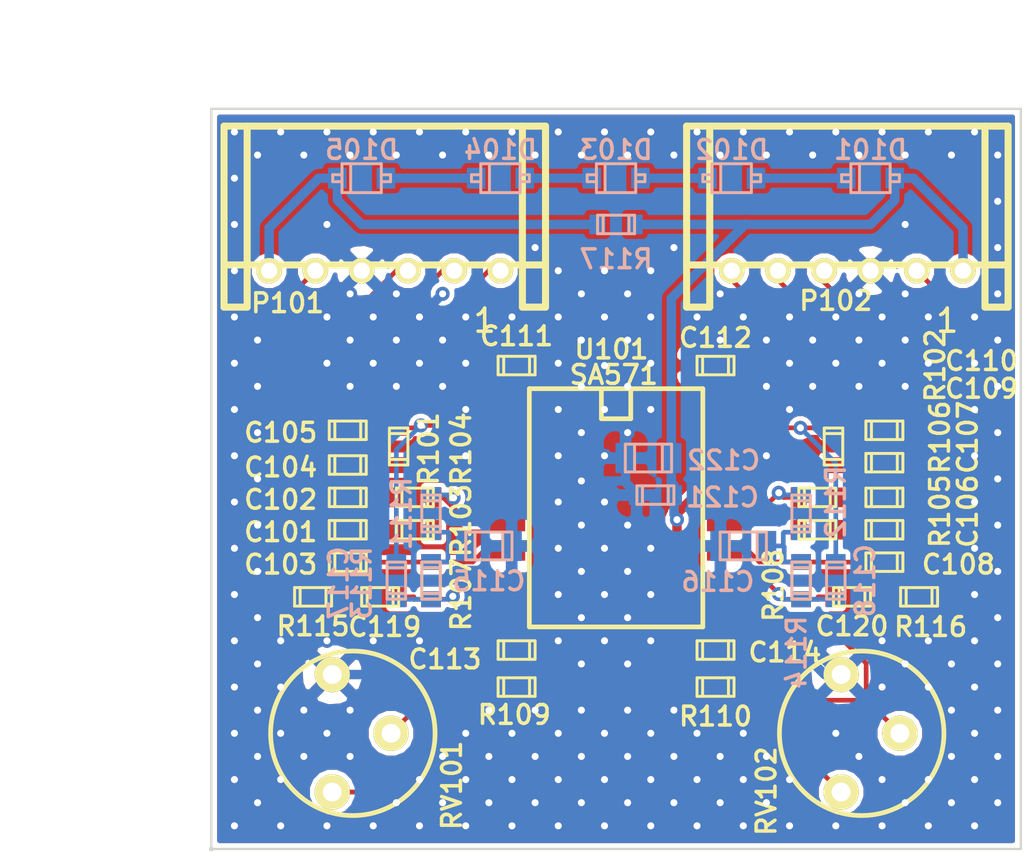
<source format=kicad_pcb>
(kicad_pcb (version 3) (host pcbnew "(2013-07-07 BZR 4022)-stable")
  (layers (15 F.Cu signal hide) (0 B.Cu signal) (18 B.Paste user) (19 F.Paste user) (20 B.SilkS user) (21 F.SilkS user) (22 B.Mask user) (23 F.Mask user) (28 Edge.Cuts user))
  (net 0 "")
  (net 1 /IN1_1)
  (net 2 /IN1_2)
  (net 3 /IN1_3)
  (net 4 /IN2_1)
  (net 5 /IN2_2)
  (net 6 /IN2_3)
  (net 7 /OUT1)
  (net 8 /OUT2)
  (net 9 /VOUT)
  (net 10 AGND)
  (net 11 N-000001)
  (net 12 N-0000010)
  (net 13 N-0000011)
  (net 14 N-0000012)
  (net 15 N-0000013)
  (net 16 N-0000014)
  (net 17 N-0000015)
  (net 18 N-0000016)
  (net 19 N-0000017)
  (net 20 N-0000018)
  (net 21 N-0000019)
  (net 22 N-000002)
  (net 23 N-0000020)
  (net 24 N-0000021)
  (net 25 N-0000022)
  (net 26 N-0000023)
  (net 27 N-0000024)
  (net 28 N-0000025)
  (net 29 N-0000026)
  (net 30 N-0000027)
  (net 31 N-0000029)
  (net 32 N-000003)
  (net 33 N-000004)
  (net 34 N-000005)
  (net 35 N-000006)
  (net 36 N-000007)
  (net 37 N-000008)
  (net 38 N-000009)
  (net 39 VCC)
  (module UMD2 (layer B.Cu) (at 156.5 118 180)
    (fp_text reference D105 (at 0 1.225 180) (layer B.SilkS) (effects (font (size 0.8128 0.8128) (thickness 0.1524)) (justify mirror)))
    (fp_text value 1SS355VMTE-17 hide)
    (pad 1 smd rect (at -1.05 0 180) (size 0.8 0.9) (layers B.Cu B.Paste B.Mask) (net 21 N-0000019))
    (pad 2 smd rect (at 1.05 0 180) (size 0.8 0.9) (layers B.Cu B.Paste B.Mask) (net 9 /VOUT))
  )
  (module UMD2 (layer B.Cu) (at 162.5 118 180)
    (fp_text reference D104 (at 0 1.225 180) (layer B.SilkS) (effects (font (size 0.8128 0.8128) (thickness 0.1524)) (justify mirror)))
    (fp_text value 1SS355VMTE-17 hide)
    (pad 1 smd rect (at -1.05 0 180) (size 0.8 0.9) (layers B.Cu B.Paste B.Mask) (net 23 N-0000020))
    (pad 2 smd rect (at 1.05 0 180) (size 0.8 0.9) (layers B.Cu B.Paste B.Mask) (net 21 N-0000019))
  )
  (module UMD2 (layer B.Cu) (at 178.5 118 180)
    (fp_text reference D101 (at 0 1.225 180) (layer B.SilkS) (effects (font (size 0.8128 0.8128) (thickness 0.1524)) (justify mirror)))
    (fp_text value 1SS355VMTE-17 hide)
    (pad 1 smd rect (at -1.05 0 180) (size 0.8 0.9) (layers B.Cu B.Paste B.Mask) (net 39 VCC))
    (pad 2 smd rect (at 1.05 0 180) (size 0.8 0.9) (layers B.Cu B.Paste B.Mask) (net 20 N-0000018))
  )
  (module UMD2 (layer B.Cu) (at 172.5 118 180)
    (fp_text reference D102 (at 0 1.225 180) (layer B.SilkS) (effects (font (size 0.8128 0.8128) (thickness 0.1524)) (justify mirror)))
    (fp_text value 1SS355VMTE-17 hide)
    (pad 1 smd rect (at -1.05 0 180) (size 0.8 0.9) (layers B.Cu B.Paste B.Mask) (net 20 N-0000018))
    (pad 2 smd rect (at 1.05 0 180) (size 0.8 0.9) (layers B.Cu B.Paste B.Mask) (net 24 N-0000021))
  )
  (module UMD2 (layer B.Cu) (at 167.5 118 180)
    (fp_text reference D103 (at 0 1.225 180) (layer B.SilkS) (effects (font (size 0.8128 0.8128) (thickness 0.1524)) (justify mirror)))
    (fp_text value 1SS355VMTE-17 hide)
    (pad 1 smd rect (at -1.05 0 180) (size 0.8 0.9) (layers B.Cu B.Paste B.Mask) (net 24 N-0000021))
    (pad 2 smd rect (at 1.05 0 180) (size 0.8 0.9) (layers B.Cu B.Paste B.Mask) (net 23 N-0000020))
  )
  (module SOIC-16_WB (layer F.Cu) (at 167.5 132.25 270)
    (fp_text reference U101 (at -6.85 0.2 360) (layer F.SilkS) (effects (font (size 0.8128 0.8128) (thickness 0.1524))))
    (fp_text value SA571 (at -5.75 0.1 360) (layer F.SilkS) (effects (font (size 0.8128 0.8128) (thickness 0.1524))))
    (pad 1 smd rect (at -4.445 4.69 270) (size 0.58 1.62) (layers F.Cu F.Paste F.Mask) (net 17 N-0000015))
    (pad 2 smd rect (at -3.175 4.69 270) (size 0.762 1.524) (layers F.Cu F.Paste F.Mask) (net 15 N-0000013))
    (pad 3 smd rect (at -1.905 4.69 270) (size 0.762 1.524) (layers F.Cu F.Paste F.Mask) (net 32 N-000003))
    (pad 4 smd rect (at -0.635 4.69 270) (size 0.762 1.524) (layers F.Cu F.Paste F.Mask) (net 10 AGND))
    (pad 5 smd rect (at 0.635 4.69 270) (size 0.762 1.524) (layers F.Cu F.Paste F.Mask) (net 38 N-000009))
    (pad 6 smd rect (at 1.905 4.69 270) (size 0.762 1.524) (layers F.Cu F.Paste F.Mask) (net 18 N-0000016))
    (pad 7 smd rect (at 3.175 4.69 270) (size 0.762 1.524) (layers F.Cu F.Paste F.Mask) (net 19 N-0000017))
    (pad 8 smd rect (at 4.445 4.69 270) (size 0.762 1.524) (layers F.Cu F.Paste F.Mask) (net 30 N-0000027))
    (pad 9 smd rect (at 4.445 -4.69 270) (size 0.762 1.524) (layers F.Cu F.Paste F.Mask) (net 11 N-000001))
    (pad 10 smd rect (at 3.175 -4.69 270) (size 0.762 1.524) (layers F.Cu F.Paste F.Mask) (net 27 N-0000024))
    (pad 11 smd rect (at 1.905 -4.69 270) (size 0.762 1.524) (layers F.Cu F.Paste F.Mask) (net 26 N-0000023))
    (pad 12 smd rect (at 0.635 -4.69 270) (size 0.762 1.524) (layers F.Cu F.Paste F.Mask) (net 33 N-000004))
    (pad 16 smd rect (at -4.445 -4.69 270) (size 0.762 1.524) (layers F.Cu F.Paste F.Mask) (net 25 N-0000022))
    (pad 15 smd rect (at -3.175 -4.69 270) (size 0.762 1.524) (layers F.Cu F.Paste F.Mask) (net 28 N-0000025))
    (pad 14 smd rect (at -1.905 -4.69 270) (size 0.762 1.524) (layers F.Cu F.Paste F.Mask) (net 29 N-0000026))
    (pad 13 smd rect (at -0.635 -4.69 270) (size 0.762 1.524) (layers F.Cu F.Paste F.Mask) (net 39 VCC))
  )
  (module S6B-PH-K-S (layer F.Cu) (at 157.5 122)
    (fp_text reference P101 (at -4.2 1.4) (layer F.SilkS) (effects (font (size 0.8128 0.8128) (thickness 0.1524))))
    (fp_text value CONN_6 hide)
    (fp_text user 1 (at 4.318 2.159) (layer F.SilkS))
    (pad 1 thru_hole circle (at 5 0) (size 1.1 1.1) (drill 0.7) (layers *.Cu *.Mask F.SilkS) (net 1 /IN1_1))
    (pad 2 thru_hole circle (at 3 0) (size 1.1 1.1) (drill 0.7) (layers *.Cu *.Mask F.SilkS) (net 2 /IN1_2))
    (pad 3 thru_hole circle (at 1 0) (size 1.1 1.1) (drill 0.7) (layers *.Cu *.Mask F.SilkS) (net 3 /IN1_3))
    (pad 4 thru_hole circle (at -1 0) (size 1.1 1.1) (drill 0.7) (layers *.Cu *.Mask F.SilkS) (net 10 AGND))
    (pad 5 thru_hole circle (at -3 0) (size 1.1 1.1) (drill 0.7) (layers *.Cu *.Mask F.SilkS) (net 7 /OUT1))
    (pad 6 thru_hole circle (at -5 0) (size 1.1 1.1) (drill 0.7) (layers *.Cu *.Mask F.SilkS) (net 9 /VOUT))
  )
  (module S6B-PH-K-S (layer F.Cu) (at 177.5 122)
    (fp_text reference P102 (at -0.5 1.3) (layer F.SilkS) (effects (font (size 0.8128 0.8128) (thickness 0.1524))))
    (fp_text value CONN_6 hide)
    (fp_text user 1 (at 4.318 2.159) (layer F.SilkS))
    (pad 1 thru_hole circle (at 5 0) (size 1.1 1.1) (drill 0.7) (layers *.Cu *.Mask F.SilkS) (net 39 VCC))
    (pad 2 thru_hole circle (at 3 0) (size 1.1 1.1) (drill 0.7) (layers *.Cu *.Mask F.SilkS) (net 8 /OUT2))
    (pad 3 thru_hole circle (at 1 0) (size 1.1 1.1) (drill 0.7) (layers *.Cu *.Mask F.SilkS) (net 10 AGND))
    (pad 4 thru_hole circle (at -1 0) (size 1.1 1.1) (drill 0.7) (layers *.Cu *.Mask F.SilkS) (net 6 /IN2_3))
    (pad 5 thru_hole circle (at -3 0) (size 1.1 1.1) (drill 0.7) (layers *.Cu *.Mask F.SilkS) (net 5 /IN2_2))
    (pad 6 thru_hole circle (at -5 0) (size 1.1 1.1) (drill 0.7) (layers *.Cu *.Mask F.SilkS) (net 4 /IN2_1))
  )
  (module RV2 (layer F.Cu) (at 156.5 142 270)
    (fp_text reference RV101 (at 2.25 -3.9 270) (layer F.SilkS) (effects (font (size 0.8128 0.8128) (thickness 0.1524))))
    (fp_text value OPEN hide)
    (pad 1 thru_hole circle (at -2.54 1.27 270) (size 1.524 1.524) (drill 0.8128) (layers *.Cu *.Mask F.SilkS) (net 10 AGND))
    (pad 2 thru_hole circle (at 0 -1.27 270) (size 1.524 1.524) (drill 0.8128) (layers *.Cu *.Mask F.SilkS) (net 30 N-0000027))
    (pad 3 thru_hole circle (at 2.54 1.27 270) (size 1.524 1.524) (drill 0.8128) (layers *.Cu *.Mask F.SilkS) (net 31 N-0000029))
  )
  (module RV2 (layer F.Cu) (at 178.5 142 270)
    (fp_text reference RV102 (at 2.5 4.5 270) (layer F.SilkS) (effects (font (size 0.8128 0.8128) (thickness 0.1524))))
    (fp_text value OPEN hide)
    (pad 1 thru_hole circle (at -2.54 1.27 270) (size 1.524 1.524) (drill 0.8128) (layers *.Cu *.Mask F.SilkS) (net 10 AGND))
    (pad 2 thru_hole circle (at 0 -1.27 270) (size 1.524 1.524) (drill 0.8128) (layers *.Cu *.Mask F.SilkS) (net 11 N-000001))
    (pad 3 thru_hole circle (at 2.54 1.27 270) (size 1.524 1.524) (drill 0.8128) (layers *.Cu *.Mask F.SilkS) (net 22 N-000002))
  )
  (module r_1608 (layer F.Cu) (at 175.5 135.4 270)
    (fp_text reference R108 (at 0.2 1.2 270) (layer F.SilkS) (effects (font (size 0.8128 0.8128) (thickness 0.1524))))
    (fp_text value 0 hide)
    (pad 1 smd rect (at 0.80625 0 270) (size 0.6875 0.85) (layers F.Cu F.Paste F.Mask) (net 27 N-0000024))
    (pad 2 smd rect (at -0.80625 0 270) (size 0.6875 0.85) (layers F.Cu F.Paste F.Mask) (net 26 N-0000023))
  )
  (module r_1608 (layer F.Cu) (at 171.8 140 180)
    (fp_text reference R110 (at 0 -1.27 180) (layer F.SilkS) (effects (font (size 0.8128 0.8128) (thickness 0.1524))))
    (fp_text value OPEN hide)
    (pad 1 smd rect (at 0.80625 0 180) (size 0.6875 0.85) (layers F.Cu F.Paste F.Mask) (net 39 VCC))
    (pad 2 smd rect (at -0.80625 0 180) (size 0.6875 0.85) (layers F.Cu F.Paste F.Mask) (net 22 N-000002))
  )
  (module r_1608 (layer F.Cu) (at 176.9 129.6 90)
    (fp_text reference R102 (at 3.5 4.4 90) (layer F.SilkS) (effects (font (size 0.8128 0.8128) (thickness 0.1524))))
    (fp_text value 0 hide)
    (pad 1 smd rect (at 0.80625 0 90) (size 0.6875 0.85) (layers F.Cu F.Paste F.Mask) (net 28 N-0000025))
    (pad 2 smd rect (at -0.80625 0 90) (size 0.6875 0.85) (layers F.Cu F.Paste F.Mask) (net 29 N-0000026))
  )
  (module r_1608 (layer F.Cu) (at 176.2 133.2 180)
    (fp_text reference R105 (at -5.3 0.8 270) (layer F.SilkS) (effects (font (size 0.8128 0.8128) (thickness 0.1524))))
    (fp_text value 22k hide)
    (pad 1 smd rect (at 0.80625 0 180) (size 0.6875 0.85) (layers F.Cu F.Paste F.Mask) (net 33 N-000004))
    (pad 2 smd rect (at -0.80625 0 180) (size 0.6875 0.85) (layers F.Cu F.Paste F.Mask) (net 35 N-000006))
  )
  (module r_1608 (layer B.Cu) (at 175.5 132.5 270)
    (fp_text reference R112 (at -0.5 -1.5 270) (layer B.SilkS) (effects (font (size 0.8128 0.8128) (thickness 0.1524)) (justify mirror)))
    (fp_text value 10k hide)
    (pad 1 smd rect (at 0.80625 0 270) (size 0.6875 0.85) (layers B.Cu B.Paste B.Mask) (net 16 N-0000014))
    (pad 2 smd rect (at -0.80625 0 270) (size 0.6875 0.85) (layers B.Cu B.Paste B.Mask) (net 33 N-000004))
  )
  (module r_1608 (layer B.Cu) (at 175.5 135.4 270)
    (fp_text reference R114 (at 3.1 0.2 270) (layer B.SilkS) (effects (font (size 0.8128 0.8128) (thickness 0.1524)) (justify mirror)))
    (fp_text value 10k hide)
    (pad 1 smd rect (at 0.80625 0 270) (size 0.6875 0.85) (layers B.Cu B.Paste B.Mask) (net 27 N-0000024))
    (pad 2 smd rect (at -0.80625 0 270) (size 0.6875 0.85) (layers B.Cu B.Paste B.Mask) (net 16 N-0000014))
  )
  (module r_1608 (layer F.Cu) (at 180.6 136.1)
    (fp_text reference R116 (at 0.5 1.3) (layer F.SilkS) (effects (font (size 0.8128 0.8128) (thickness 0.1524))))
    (fp_text value 5.6k hide)
    (pad 1 smd rect (at 0.80625 0) (size 0.6875 0.85) (layers F.Cu F.Paste F.Mask) (net 8 /OUT2))
    (pad 2 smd rect (at -0.80625 0) (size 0.6875 0.85) (layers F.Cu F.Paste F.Mask) (net 36 N-000007))
  )
  (module r_1608 (layer F.Cu) (at 176.2 131.8 180)
    (fp_text reference R106 (at -5.3 2.6 270) (layer F.SilkS) (effects (font (size 0.8128 0.8128) (thickness 0.1524))))
    (fp_text value 22k hide)
    (pad 1 smd rect (at 0.80625 0 180) (size 0.6875 0.85) (layers F.Cu F.Paste F.Mask) (net 33 N-000004))
    (pad 2 smd rect (at -0.80625 0 180) (size 0.6875 0.85) (layers F.Cu F.Paste F.Mask) (net 34 N-000005))
  )
  (module r_1608 (layer B.Cu) (at 167.5 120 180)
    (fp_text reference R117 (at 0 -1.5 180) (layer B.SilkS) (effects (font (size 0.8128 0.8128) (thickness 0.1524)) (justify mirror)))
    (fp_text value 0 hide)
    (pad 1 smd rect (at 0.80625 0 180) (size 0.6875 0.85) (layers B.Cu B.Paste B.Mask) (net 9 /VOUT))
    (pad 2 smd rect (at -0.80625 0 180) (size 0.6875 0.85) (layers B.Cu B.Paste B.Mask) (net 39 VCC))
  )
  (module r_1608 (layer F.Cu) (at 158.1 129.6 90)
    (fp_text reference R101 (at -0.1 1.3 90) (layer F.SilkS) (effects (font (size 0.8128 0.8128) (thickness 0.1524))))
    (fp_text value 0 hide)
    (pad 1 smd rect (at 0.80625 0 90) (size 0.6875 0.85) (layers F.Cu F.Paste F.Mask) (net 15 N-0000013))
    (pad 2 smd rect (at -0.80625 0 90) (size 0.6875 0.85) (layers F.Cu F.Paste F.Mask) (net 32 N-000003))
  )
  (module r_1608 (layer F.Cu) (at 159.5 135.4 270)
    (fp_text reference R107 (at 0.6 -1.3 270) (layer F.SilkS) (effects (font (size 0.8128 0.8128) (thickness 0.1524))))
    (fp_text value 0 hide)
    (pad 1 smd rect (at 0.80625 0 270) (size 0.6875 0.85) (layers F.Cu F.Paste F.Mask) (net 19 N-0000017))
    (pad 2 smd rect (at -0.80625 0 270) (size 0.6875 0.85) (layers F.Cu F.Paste F.Mask) (net 18 N-0000016))
  )
  (module r_1608 (layer B.Cu) (at 159.5 132.5 270)
    (fp_text reference R111 (at 0 1.27 270) (layer B.SilkS) (effects (font (size 0.8128 0.8128) (thickness 0.1524)) (justify mirror)))
    (fp_text value 10k hide)
    (pad 1 smd rect (at 0.80625 0 270) (size 0.6875 0.85) (layers B.Cu B.Paste B.Mask) (net 37 N-000008))
    (pad 2 smd rect (at -0.80625 0 270) (size 0.6875 0.85) (layers B.Cu B.Paste B.Mask) (net 38 N-000009))
  )
  (module r_1608 (layer B.Cu) (at 159.5 135.4 270)
    (fp_text reference R113 (at 0.1 3 270) (layer B.SilkS) (effects (font (size 0.8128 0.8128) (thickness 0.1524)) (justify mirror)))
    (fp_text value 10k hide)
    (pad 1 smd rect (at 0.80625 0 270) (size 0.6875 0.85) (layers B.Cu B.Paste B.Mask) (net 19 N-0000017))
    (pad 2 smd rect (at -0.80625 0 270) (size 0.6875 0.85) (layers B.Cu B.Paste B.Mask) (net 37 N-000008))
  )
  (module r_1608 (layer F.Cu) (at 158.8 133.2)
    (fp_text reference R103 (at 2 -0.4 90) (layer F.SilkS) (effects (font (size 0.8128 0.8128) (thickness 0.1524))))
    (fp_text value 22k hide)
    (pad 1 smd rect (at 0.80625 0) (size 0.6875 0.85) (layers F.Cu F.Paste F.Mask) (net 38 N-000009))
    (pad 2 smd rect (at -0.80625 0) (size 0.6875 0.85) (layers F.Cu F.Paste F.Mask) (net 13 N-0000011))
  )
  (module r_1608 (layer F.Cu) (at 158.8 131.8)
    (fp_text reference R104 (at 2 -2.1 90) (layer F.SilkS) (effects (font (size 0.8128 0.8128) (thickness 0.1524))))
    (fp_text value 22k hide)
    (pad 1 smd rect (at 0.80625 0) (size 0.6875 0.85) (layers F.Cu F.Paste F.Mask) (net 38 N-000009))
    (pad 2 smd rect (at -0.80625 0) (size 0.6875 0.85) (layers F.Cu F.Paste F.Mask) (net 12 N-0000010))
  )
  (module r_1608 (layer F.Cu) (at 154.4 136.1 180)
    (fp_text reference R115 (at 0 -1.27 180) (layer F.SilkS) (effects (font (size 0.8128 0.8128) (thickness 0.1524))))
    (fp_text value 5.6k hide)
    (pad 1 smd rect (at 0.80625 0 180) (size 0.6875 0.85) (layers F.Cu F.Paste F.Mask) (net 7 /OUT1))
    (pad 2 smd rect (at -0.80625 0 180) (size 0.6875 0.85) (layers F.Cu F.Paste F.Mask) (net 14 N-0000012))
  )
  (module r_1608 (layer F.Cu) (at 163.2 140)
    (fp_text reference R109 (at -0.1 1.2) (layer F.SilkS) (effects (font (size 0.8128 0.8128) (thickness 0.1524))))
    (fp_text value OPEN hide)
    (pad 1 smd rect (at 0.80625 0) (size 0.6875 0.85) (layers F.Cu F.Paste F.Mask) (net 39 VCC))
    (pad 2 smd rect (at -0.80625 0) (size 0.6875 0.85) (layers F.Cu F.Paste F.Mask) (net 31 N-0000029))
  )
  (module c_2012 (layer B.Cu) (at 168.9 130.1 180)
    (fp_text reference C122 (at -3.25 -0.1 180) (layer B.SilkS) (effects (font (size 0.8128 0.8128) (thickness 0.1524)) (justify mirror)))
    (fp_text value 10/16 hide)
    (pad 1 smd rect (at 0.9875 0 180) (size 0.875 1.3) (layers B.Cu B.Paste B.Mask) (net 10 AGND))
    (pad 2 smd rect (at -0.9875 0 180) (size 0.875 1.3) (layers B.Cu B.Paste B.Mask) (net 39 VCC))
  )
  (module c_2012 (layer B.Cu) (at 162 133.9)
    (fp_text reference C115 (at 0 1.524) (layer B.SilkS) (effects (font (size 0.8128 0.8128) (thickness 0.1524)) (justify mirror)))
    (fp_text value 10/16 hide)
    (pad 1 smd rect (at 0.9875 0) (size 0.875 1.3) (layers B.Cu B.Paste B.Mask) (net 10 AGND))
    (pad 2 smd rect (at -0.9875 0) (size 0.875 1.3) (layers B.Cu B.Paste B.Mask) (net 37 N-000008))
  )
  (module c_2012 (layer B.Cu) (at 173 133.9 180)
    (fp_text reference C116 (at 1.1 -1.55 180) (layer B.SilkS) (effects (font (size 0.8128 0.8128) (thickness 0.1524)) (justify mirror)))
    (fp_text value 10/16 hide)
    (pad 1 smd rect (at 0.9875 0 180) (size 0.875 1.3) (layers B.Cu B.Paste B.Mask) (net 10 AGND))
    (pad 2 smd rect (at -0.9875 0 180) (size 0.875 1.3) (layers B.Cu B.Paste B.Mask) (net 16 N-0000014))
  )
  (module c_1608 (layer F.Cu) (at 155.9 130.4 180)
    (fp_text reference C104 (at 2.9 -0.1 180) (layer F.SilkS) (effects (font (size 0.8128 0.8128) (thickness 0.1524))))
    (fp_text value 2.2u hide)
    (pad 1 smd rect (at 0.80625 0 180) (size 0.6875 0.85) (layers F.Cu F.Paste F.Mask) (net 1 /IN1_1))
    (pad 2 smd rect (at -0.80625 0 180) (size 0.6875 0.85) (layers F.Cu F.Paste F.Mask) (net 32 N-000003))
  )
  (module c_1608 (layer F.Cu) (at 163.2 138.4)
    (fp_text reference C113 (at -3.1 0.4) (layer F.SilkS) (effects (font (size 0.8128 0.8128) (thickness 0.1524))))
    (fp_text value 200p hide)
    (pad 1 smd rect (at 0.80625 0) (size 0.6875 0.85) (layers F.Cu F.Paste F.Mask) (net 10 AGND))
    (pad 2 smd rect (at -0.80625 0) (size 0.6875 0.85) (layers F.Cu F.Paste F.Mask) (net 30 N-0000027))
  )
  (module c_1608 (layer F.Cu) (at 157.3 136.1)
    (fp_text reference C119 (at 0.2 1.3) (layer F.SilkS) (effects (font (size 0.8128 0.8128) (thickness 0.1524))))
    (fp_text value 2.2u hide)
    (pad 1 smd rect (at 0.80625 0) (size 0.6875 0.85) (layers F.Cu F.Paste F.Mask) (net 19 N-0000017))
    (pad 2 smd rect (at -0.80625 0) (size 0.6875 0.85) (layers F.Cu F.Paste F.Mask) (net 14 N-0000012))
  )
  (module c_1608 (layer B.Cu) (at 169.2 131.7 180)
    (fp_text reference C121 (at -2.9 -0.1 180) (layer B.SilkS) (effects (font (size 0.8128 0.8128) (thickness 0.1524)) (justify mirror)))
    (fp_text value 0.1u hide)
    (pad 1 smd rect (at 0.80625 0 180) (size 0.6875 0.85) (layers B.Cu B.Paste B.Mask) (net 10 AGND))
    (pad 2 smd rect (at -0.80625 0 180) (size 0.6875 0.85) (layers B.Cu B.Paste B.Mask) (net 39 VCC))
  )
  (module c_1608 (layer F.Cu) (at 155.9 133.2 180)
    (fp_text reference C101 (at 2.9 -0.1 180) (layer F.SilkS) (effects (font (size 0.8128 0.8128) (thickness 0.1524))))
    (fp_text value 2.2u hide)
    (pad 1 smd rect (at 0.80625 0 180) (size 0.6875 0.85) (layers F.Cu F.Paste F.Mask) (net 3 /IN1_3))
    (pad 2 smd rect (at -0.80625 0 180) (size 0.6875 0.85) (layers F.Cu F.Paste F.Mask) (net 13 N-0000011))
  )
  (module c_1608 (layer F.Cu) (at 155.9 131.8 180)
    (fp_text reference C102 (at 2.9 -0.1 180) (layer F.SilkS) (effects (font (size 0.8128 0.8128) (thickness 0.1524))))
    (fp_text value 2.2u hide)
    (pad 1 smd rect (at 0.80625 0 180) (size 0.6875 0.85) (layers F.Cu F.Paste F.Mask) (net 2 /IN1_2))
    (pad 2 smd rect (at -0.80625 0 180) (size 0.6875 0.85) (layers F.Cu F.Paste F.Mask) (net 12 N-0000010))
  )
  (module c_1608 (layer B.Cu) (at 158 135.4 90)
    (fp_text reference C117 (at -0.1 -2.5 90) (layer B.SilkS) (effects (font (size 0.8128 0.8128) (thickness 0.1524)) (justify mirror)))
    (fp_text value 2.2u hide)
    (pad 1 smd rect (at 0.80625 0 90) (size 0.6875 0.85) (layers B.Cu B.Paste B.Mask) (net 15 N-0000013))
    (pad 2 smd rect (at -0.80625 0 90) (size 0.6875 0.85) (layers B.Cu B.Paste B.Mask) (net 19 N-0000017))
  )
  (module c_1608 (layer F.Cu) (at 155.9 134.6 180)
    (fp_text reference C103 (at 2.9 -0.1 180) (layer F.SilkS) (effects (font (size 0.8128 0.8128) (thickness 0.1524))))
    (fp_text value 2.2u hide)
    (pad 1 smd rect (at 0.80625 0 180) (size 0.6875 0.85) (layers F.Cu F.Paste F.Mask) (net 1 /IN1_1))
    (pad 2 smd rect (at -0.80625 0 180) (size 0.6875 0.85) (layers F.Cu F.Paste F.Mask) (net 18 N-0000016))
  )
  (module c_1608 (layer F.Cu) (at 163.2 126.1)
    (fp_text reference C111 (at 0 -1.27) (layer F.SilkS) (effects (font (size 0.8128 0.8128) (thickness 0.1524))))
    (fp_text value 0.22u hide)
    (pad 1 smd rect (at 0.80625 0) (size 0.6875 0.85) (layers F.Cu F.Paste F.Mask) (net 10 AGND))
    (pad 2 smd rect (at -0.80625 0) (size 0.6875 0.85) (layers F.Cu F.Paste F.Mask) (net 17 N-0000015))
  )
  (module c_1608 (layer F.Cu) (at 155.9 128.9 180)
    (fp_text reference C105 (at 2.9 -0.1 180) (layer F.SilkS) (effects (font (size 0.8128 0.8128) (thickness 0.1524))))
    (fp_text value 2.2u hide)
    (pad 1 smd rect (at 0.80625 0 180) (size 0.6875 0.85) (layers F.Cu F.Paste F.Mask) (net 1 /IN1_1))
    (pad 2 smd rect (at -0.80625 0 180) (size 0.6875 0.85) (layers F.Cu F.Paste F.Mask) (net 15 N-0000013))
  )
  (module c_1608 (layer F.Cu) (at 179.1 131.8)
    (fp_text reference C107 (at 3.6 -2.6 90) (layer F.SilkS) (effects (font (size 0.8128 0.8128) (thickness 0.1524))))
    (fp_text value 2.2u hide)
    (pad 1 smd rect (at 0.80625 0) (size 0.6875 0.85) (layers F.Cu F.Paste F.Mask) (net 5 /IN2_2))
    (pad 2 smd rect (at -0.80625 0) (size 0.6875 0.85) (layers F.Cu F.Paste F.Mask) (net 34 N-000005))
  )
  (module c_1608 (layer F.Cu) (at 179.1 130.3)
    (fp_text reference C109 (at 4.2 -3.2) (layer F.SilkS) (effects (font (size 0.8128 0.8128) (thickness 0.1524))))
    (fp_text value 2.2u hide)
    (pad 1 smd rect (at 0.80625 0) (size 0.6875 0.85) (layers F.Cu F.Paste F.Mask) (net 4 /IN2_1))
    (pad 2 smd rect (at -0.80625 0) (size 0.6875 0.85) (layers F.Cu F.Paste F.Mask) (net 29 N-0000026))
  )
  (module c_1608 (layer F.Cu) (at 179.1 128.9)
    (fp_text reference C110 (at 4.2 -3) (layer F.SilkS) (effects (font (size 0.8128 0.8128) (thickness 0.1524))))
    (fp_text value 2.2u hide)
    (pad 1 smd rect (at 0.80625 0) (size 0.6875 0.85) (layers F.Cu F.Paste F.Mask) (net 4 /IN2_1))
    (pad 2 smd rect (at -0.80625 0) (size 0.6875 0.85) (layers F.Cu F.Paste F.Mask) (net 28 N-0000025))
  )
  (module c_1608 (layer F.Cu) (at 171.8 138.4 180)
    (fp_text reference C114 (at -3 -0.1 180) (layer F.SilkS) (effects (font (size 0.8128 0.8128) (thickness 0.1524))))
    (fp_text value 200p hide)
    (pad 1 smd rect (at 0.80625 0 180) (size 0.6875 0.85) (layers F.Cu F.Paste F.Mask) (net 10 AGND))
    (pad 2 smd rect (at -0.80625 0 180) (size 0.6875 0.85) (layers F.Cu F.Paste F.Mask) (net 11 N-000001))
  )
  (module c_1608 (layer F.Cu) (at 171.8 126.1 180)
    (fp_text reference C112 (at 0 1.2 180) (layer F.SilkS) (effects (font (size 0.8128 0.8128) (thickness 0.1524))))
    (fp_text value 0.22u hide)
    (pad 1 smd rect (at 0.80625 0 180) (size 0.6875 0.85) (layers F.Cu F.Paste F.Mask) (net 10 AGND))
    (pad 2 smd rect (at -0.80625 0 180) (size 0.6875 0.85) (layers F.Cu F.Paste F.Mask) (net 25 N-0000022))
  )
  (module c_1608 (layer F.Cu) (at 179.1 134.6)
    (fp_text reference C108 (at 3.2 0.1) (layer F.SilkS) (effects (font (size 0.8128 0.8128) (thickness 0.1524))))
    (fp_text value 2.2u hide)
    (pad 1 smd rect (at 0.80625 0) (size 0.6875 0.85) (layers F.Cu F.Paste F.Mask) (net 4 /IN2_1))
    (pad 2 smd rect (at -0.80625 0) (size 0.6875 0.85) (layers F.Cu F.Paste F.Mask) (net 26 N-0000023))
  )
  (module c_1608 (layer F.Cu) (at 177.7 136.1 180)
    (fp_text reference C120 (at 0 -1.27 180) (layer F.SilkS) (effects (font (size 0.8128 0.8128) (thickness 0.1524))))
    (fp_text value 2.2u hide)
    (pad 1 smd rect (at 0.80625 0 180) (size 0.6875 0.85) (layers F.Cu F.Paste F.Mask) (net 27 N-0000024))
    (pad 2 smd rect (at -0.80625 0 180) (size 0.6875 0.85) (layers F.Cu F.Paste F.Mask) (net 36 N-000007))
  )
  (module c_1608 (layer B.Cu) (at 177 135.4 90)
    (fp_text reference C118 (at 0 1.27 90) (layer B.SilkS) (effects (font (size 0.8128 0.8128) (thickness 0.1524)) (justify mirror)))
    (fp_text value 2.2u hide)
    (pad 1 smd rect (at 0.80625 0 90) (size 0.6875 0.85) (layers B.Cu B.Paste B.Mask) (net 28 N-0000025))
    (pad 2 smd rect (at -0.80625 0 90) (size 0.6875 0.85) (layers B.Cu B.Paste B.Mask) (net 27 N-0000024))
  )
  (module c_1608 (layer F.Cu) (at 179.1 133.2)
    (fp_text reference C106 (at 3.6 -0.8 90) (layer F.SilkS) (effects (font (size 0.8128 0.8128) (thickness 0.1524))))
    (fp_text value 2.2u hide)
    (pad 1 smd rect (at 0.80625 0) (size 0.6875 0.85) (layers F.Cu F.Paste F.Mask) (net 6 /IN2_3))
    (pad 2 smd rect (at -0.80625 0) (size 0.6875 0.85) (layers F.Cu F.Paste F.Mask) (net 35 N-000006))
  )
  (target plus (at 150 147) (size 0.005) (width 0.1) (layer Edge.Cuts))
  (gr_line (start 150 147) (end 150 115) (angle 90) (layer Edge.Cuts) (width 0.1))
  (gr_line (start 185 147) (end 185 115) (angle 90) (layer Edge.Cuts) (width 0.1))
  (gr_line (start 150 147) (end 185 147) (angle 90) (layer Edge.Cuts) (width 0.1))
  (gr_line (start 150 115) (end 185 115) (angle 90) (layer Edge.Cuts) (width 0.1))
  (segment (start 162.5 122) (end 162 122) (width 0.2032) (layer F.Cu) (net 1))
  (segment (start 155.7425 134.6) (end 155.0937 134.6) (width 0.2032) (layer F.Cu) (net 1))
  (segment (start 155.0937 130.4) (end 155.7425 130.4) (width 0.2032) (layer F.Cu) (net 1))
  (segment (start 155.0937 130.4) (end 155.0937 128.9) (width 0.2032) (layer F.Cu) (net 1))
  (segment (start 155.7425 128.9) (end 155.7425 128.6309) (width 0.2032) (layer F.Cu) (net 1))
  (segment (start 155.0937 128.9) (end 155.7425 128.9) (width 0.2032) (layer F.Cu) (net 1))
  (segment (start 155.7425 134.6) (end 155.7425 130.4) (width 0.2032) (layer F.Cu) (net 1))
  (segment (start 155.7425 128.2575) (end 155.7425 128.6309) (width 0.2032) (layer F.Cu) (net 1))
  (segment (start 162 122) (end 155.7425 128.2575) (width 0.2032) (layer F.Cu) (net 1))
  (segment (start 162.3734 122) (end 162.5 122) (width 0.2032) (layer F.Cu) (net 1))
  (segment (start 160.5 122) (end 160 122) (width 0.2032) (layer F.Cu) (net 2))
  (segment (start 154.4448 131.8) (end 154.4448 128.0552) (width 0.2032) (layer F.Cu) (net 2))
  (segment (start 154.4448 131.8) (end 155.0937 131.8) (width 0.2032) (layer F.Cu) (net 2))
  (segment (start 154.4448 127.5552) (end 154.4448 128.0552) (width 0.2032) (layer F.Cu) (net 2))
  (segment (start 160 122) (end 154.4448 127.5552) (width 0.2032) (layer F.Cu) (net 2))
  (segment (start 158.5 122) (end 158 122) (width 0.2032) (layer F.Cu) (net 3))
  (segment (start 154.000102 126.049898) (end 154.000102 126.6) (width 0.2032) (layer F.Cu) (net 3))
  (segment (start 154.000102 126.6) (end 154.0005 126.6) (width 0.2032) (layer F.Cu) (net 3))
  (segment (start 154.000102 125.999898) (end 154.000102 126.049898) (width 0.2032) (layer F.Cu) (net 3))
  (segment (start 158 122) (end 154.000102 125.999898) (width 0.2032) (layer F.Cu) (net 3))
  (segment (start 158.5 122) (end 158.05 122) (width 0.2032) (layer F.Cu) (net 3))
  (segment (start 154.0005 132.7557) (end 154.0005 126.6) (width 0.2032) (layer F.Cu) (net 3))
  (segment (start 154.4448 133.2) (end 154.0005 132.7557) (width 0.2032) (layer F.Cu) (net 3))
  (segment (start 154.4448 133.2) (end 155.0937 133.2) (width 0.2032) (layer F.Cu) (net 3))
  (segment (start 154.0005 126.6) (end 154.0005 126.4995) (width 0.2032) (layer F.Cu) (net 3))
  (segment (start 176.2 126.1) (end 177.75 127.65) (width 0.2032) (layer F.Cu) (net 4))
  (segment (start 179.9063 130.3) (end 179.2575 130.3) (width 0.2032) (layer F.Cu) (net 4))
  (segment (start 179.9063 134.6) (end 179.2575 134.6) (width 0.2032) (layer F.Cu) (net 4))
  (segment (start 179.2575 134.6) (end 179.2575 130.3) (width 0.2032) (layer F.Cu) (net 4))
  (segment (start 179.9063 128.9) (end 179.2575 128.9) (width 0.2032) (layer F.Cu) (net 4))
  (segment (start 179.2575 128.9) (end 179.2575 128.6309) (width 0.2032) (layer F.Cu) (net 4))
  (segment (start 179.9063 130.3) (end 179.9063 128.9) (width 0.2032) (layer F.Cu) (net 4))
  (segment (start 172.5 122.4) (end 176.2 126.1) (width 0.2032) (layer F.Cu) (net 4))
  (segment (start 172.5 122.4) (end 172.5 122) (width 0.2032) (layer F.Cu) (net 4))
  (segment (start 178.2766 127.65) (end 179.2575 128.6309) (width 0.2032) (layer F.Cu) (net 4))
  (segment (start 177.75 127.65) (end 178.2766 127.65) (width 0.2032) (layer F.Cu) (net 4))
  (segment (start 172.6266 122) (end 172.5 122) (width 0.2032) (layer F.Cu) (net 4))
  (segment (start 177.6 125.491998) (end 179.758002 127.65) (width 0.2032) (layer F.Cu) (net 5))
  (segment (start 174.5 122.4) (end 177.591998 125.491998) (width 0.2032) (layer F.Cu) (net 5))
  (segment (start 177.591998 125.491998) (end 177.6 125.491998) (width 0.2032) (layer F.Cu) (net 5))
  (segment (start 174.5 122) (end 174.5 122.4) (width 0.2032) (layer F.Cu) (net 5))
  (segment (start 180.555498 128.0552) (end 180.5552 128.0552) (width 0.2032) (layer F.Cu) (net 5))
  (segment (start 180.150298 127.65) (end 180.555498 128.0552) (width 0.2032) (layer F.Cu) (net 5))
  (segment (start 179.758002 127.65) (end 180.150298 127.65) (width 0.2032) (layer F.Cu) (net 5))
  (segment (start 180.5552 131.8) (end 180.5552 128.0552) (width 0.2032) (layer F.Cu) (net 5))
  (segment (start 180.5552 128.0552) (end 180.5552 128.0552) (width 0.2032) (layer F.Cu) (net 5))
  (segment (start 179.9063 131.8) (end 180.5552 131.8) (width 0.2032) (layer F.Cu) (net 5))
  (segment (start 176.5 122) (end 176.5 122.5) (width 0.2032) (layer F.Cu) (net 6))
  (segment (start 180.95 127.2) (end 180.9619 127.2) (width 0.2032) (layer F.Cu) (net 6))
  (segment (start 180.9619 127.1881) (end 180.95 127.2) (width 0.2032) (layer F.Cu) (net 6))
  (segment (start 180.9619 126.9619) (end 180.9619 127.1881) (width 0.2032) (layer F.Cu) (net 6))
  (segment (start 176.5 122.5) (end 180.9619 126.9619) (width 0.2032) (layer F.Cu) (net 6))
  (segment (start 179.9063 133.2) (end 180.5552 133.2) (width 0.2032) (layer F.Cu) (net 6))
  (segment (start 180.9619 132.7933) (end 180.9619 127.2) (width 0.2032) (layer F.Cu) (net 6))
  (segment (start 180.5552 133.2) (end 180.9619 132.7933) (width 0.2032) (layer F.Cu) (net 6))
  (segment (start 153.5937 122.9063) (end 154.5 122) (width 0.2032) (layer F.Cu) (net 7))
  (segment (start 153.5937 136.1) (end 153.5937 122.9063) (width 0.2032) (layer F.Cu) (net 7))
  (segment (start 181.65 124.8) (end 181.65 135.85625) (width 0.2032) (layer F.Cu) (net 8))
  (segment (start 181.65 135.85625) (end 181.40625 136.1) (width 0.2032) (layer F.Cu) (net 8))
  (segment (start 180.5 122) (end 181.65 123.15) (width 0.2032) (layer F.Cu) (net 8))
  (segment (start 181.65 123.15) (end 181.65 124.8) (width 0.2032) (layer F.Cu) (net 8))
  (segment (start 181.65 124.8) (end 181.65 124.8158) (width 0.2032) (layer F.Cu) (net 8))
  (segment (start 166.69375 120) (end 156.5 120) (width 0.4064) (layer B.Cu) (net 9))
  (segment (start 155.45 118.95) (end 155.45 118) (width 0.4064) (layer B.Cu) (net 9))
  (segment (start 156.5 120) (end 155.45 118.95) (width 0.4064) (layer B.Cu) (net 9))
  (segment (start 152.5 120.1433) (end 154.6433 118) (width 0.4064) (layer B.Cu) (net 9))
  (segment (start 152.5 122) (end 152.5 120.1433) (width 0.4064) (layer B.Cu) (net 9))
  (segment (start 155.45 118) (end 154.6433 118) (width 0.4064) (layer B.Cu) (net 9))
  (segment (start 159 124) (end 160 123) (width 0.4064) (layer B.Cu) (net 10))
  (via (at 159 124) (size 0.6096) (layers F.Cu B.Cu) (net 10))
  (via (at 160 123) (size 0.6096) (layers F.Cu B.Cu) (net 10))
  (segment (start 152 127) (end 154 127) (width 0.4064) (layer B.Cu) (net 10))
  (via (at 158 123) (size 0.6096) (layers F.Cu B.Cu) (net 10))
  (segment (start 157 124) (end 158 123) (width 0.4064) (layer F.Cu) (net 10))
  (via (at 157 124) (size 0.6096) (layers F.Cu B.Cu) (net 10))
  (segment (start 156 125) (end 157 124) (width 0.4064) (layer B.Cu) (net 10))
  (via (at 156 125) (size 0.6096) (layers F.Cu B.Cu) (net 10))
  (segment (start 155 126) (end 156 125) (width 0.4064) (layer F.Cu) (net 10))
  (via (at 155 126) (size 0.6096) (layers F.Cu B.Cu) (net 10))
  (segment (start 154 127) (end 155 126) (width 0.4064) (layer B.Cu) (net 10))
  (segment (start 175 128) (end 174 129) (width 0.4064) (layer B.Cu) (net 10))
  (via (at 174 130) (size 0.6096) (layers F.Cu B.Cu) (net 10))
  (segment (start 174 129) (end 174 130) (width 0.4064) (layer B.Cu) (net 10))
  (segment (start 180 125) (end 181 126) (width 0.4064) (layer F.Cu) (net 10))
  (via (at 181 126) (size 0.6096) (layers F.Cu B.Cu) (net 10))
  (segment (start 178 125) (end 177 124) (width 0.4064) (layer F.Cu) (net 10))
  (via (at 180 123) (size 0.6096) (layers F.Cu B.Cu) (net 10))
  (segment (start 181 124) (end 180 123) (width 0.4064) (layer B.Cu) (net 10))
  (via (at 181 124) (size 0.6096) (layers F.Cu B.Cu) (net 10))
  (segment (start 180 125) (end 181 124) (width 0.4064) (layer F.Cu) (net 10))
  (via (at 180 125) (size 0.6096) (layers F.Cu B.Cu) (net 10))
  (segment (start 179 124) (end 180 125) (width 0.4064) (layer B.Cu) (net 10))
  (via (at 179 124) (size 0.6096) (layers F.Cu B.Cu) (net 10))
  (segment (start 178 123) (end 179 124) (width 0.4064) (layer F.Cu) (net 10))
  (via (at 178 123) (size 0.6096) (layers F.Cu B.Cu) (net 10))
  (segment (start 177 124) (end 178 123) (width 0.4064) (layer B.Cu) (net 10))
  (via (at 177 124) (size 0.6096) (layers F.Cu B.Cu) (net 10))
  (segment (start 178 125) (end 179 126) (width 0.4064) (layer F.Cu) (net 10))
  (via (at 176 125) (size 0.6096) (layers F.Cu B.Cu) (net 10))
  (segment (start 176 125) (end 178 125) (width 0.4064) (layer B.Cu) (net 10))
  (via (at 178 125) (size 0.6096) (layers F.Cu B.Cu) (net 10))
  (via (at 180 127) (size 0.6096) (layers F.Cu B.Cu) (net 10))
  (segment (start 179 126) (end 180 127) (width 0.4064) (layer B.Cu) (net 10))
  (via (at 179 126) (size 0.6096) (layers F.Cu B.Cu) (net 10))
  (via (at 178 127) (size 0.6096) (layers F.Cu B.Cu) (net 10))
  (via (at 177 126) (size 0.6096) (layers F.Cu B.Cu) (net 10))
  (segment (start 178 127) (end 177 126) (width 0.4064) (layer B.Cu) (net 10))
  (segment (start 177 126) (end 176 125) (width 0.4064) (layer F.Cu) (net 10))
  (via (at 158 125) (size 0.6096) (layers F.Cu B.Cu) (net 10))
  (segment (start 158 125) (end 157 126) (width 0.4064) (layer F.Cu) (net 10))
  (via (at 157 126) (size 0.6096) (layers F.Cu B.Cu) (net 10))
  (segment (start 157 126) (end 156 127) (width 0.4064) (layer B.Cu) (net 10))
  (via (at 156 127) (size 0.6096) (layers F.Cu B.Cu) (net 10))
  (segment (start 161 124) (end 159 124) (width 0.4064) (layer B.Cu) (net 10))
  (segment (start 159 124) (end 158 125) (width 0.4064) (layer B.Cu) (net 10))
  (segment (start 156.5 122) (end 155 120.5) (width 0.4064) (layer F.Cu) (net 10))
  (via (at 155 120) (size 0.6096) (layers F.Cu B.Cu) (net 10))
  (segment (start 155 120.5) (end 155 120) (width 0.4064) (layer F.Cu) (net 10))
  (via (at 161 130) (size 0.6096) (layers F.Cu B.Cu) (net 10))
  (segment (start 161 128) (end 161 130) (width 0.4064) (layer B.Cu) (net 10))
  (segment (start 178.5 122) (end 180 120.5) (width 0.4064) (layer F.Cu) (net 10))
  (via (at 180 120) (size 0.6096) (layers F.Cu B.Cu) (net 10))
  (segment (start 180 120.5) (end 180 120) (width 0.4064) (layer F.Cu) (net 10))
  (segment (start 175 124) (end 176 125) (width 0.4064) (layer F.Cu) (net 10))
  (segment (start 173 124) (end 175 124) (width 0.4064) (layer B.Cu) (net 10))
  (via (at 175 124) (size 0.6096) (layers F.Cu B.Cu) (net 10))
  (segment (start 171 124) (end 172 125) (width 0.4064) (layer B.Cu) (net 10))
  (via (at 174 127) (size 0.6096) (layers F.Cu B.Cu) (net 10))
  (segment (start 175 128) (end 174 127) (width 0.4064) (layer F.Cu) (net 10))
  (via (at 175 128) (size 0.6096) (layers F.Cu B.Cu) (net 10))
  (segment (start 176 127) (end 175 128) (width 0.4064) (layer B.Cu) (net 10))
  (via (at 176 127) (size 0.6096) (layers F.Cu B.Cu) (net 10))
  (segment (start 175 126) (end 176 127) (width 0.4064) (layer F.Cu) (net 10))
  (via (at 175 126) (size 0.6096) (layers F.Cu B.Cu) (net 10))
  (segment (start 174 125) (end 175 126) (width 0.4064) (layer B.Cu) (net 10))
  (via (at 174 125) (size 0.6096) (layers F.Cu B.Cu) (net 10))
  (segment (start 172 125) (end 174 125) (width 0.4064) (layer F.Cu) (net 10))
  (via (at 172 125) (size 0.6096) (layers F.Cu B.Cu) (net 10))
  (segment (start 169 124) (end 171 124) (width 0.4064) (layer F.Cu) (net 10))
  (via (at 172 123) (size 0.6096) (layers F.Cu B.Cu) (net 10))
  (segment (start 173 124) (end 172 123) (width 0.4064) (layer F.Cu) (net 10))
  (via (at 173 124) (size 0.6096) (layers F.Cu B.Cu) (net 10))
  (segment (start 171 124) (end 173 124) (width 0.4064) (layer B.Cu) (net 10))
  (via (at 171 124) (size 0.6096) (layers F.Cu B.Cu) (net 10))
  (segment (start 165 122) (end 164 121) (width 0.4064) (layer B.Cu) (net 10))
  (via (at 164 121) (size 0.6096) (layers F.Cu B.Cu) (net 10))
  (segment (start 169 124) (end 168 123) (width 0.4064) (layer B.Cu) (net 10))
  (via (at 170 121) (size 0.6096) (layers F.Cu B.Cu) (net 10))
  (segment (start 169 122) (end 170 121) (width 0.4064) (layer F.Cu) (net 10))
  (via (at 169 122) (size 0.6096) (layers F.Cu B.Cu) (net 10))
  (segment (start 167 122) (end 169 122) (width 0.4064) (layer B.Cu) (net 10))
  (via (at 167 122) (size 0.6096) (layers F.Cu B.Cu) (net 10))
  (segment (start 165 122) (end 167 122) (width 0.4064) (layer F.Cu) (net 10))
  (via (at 165 122) (size 0.6096) (layers F.Cu B.Cu) (net 10))
  (segment (start 166 123) (end 165 122) (width 0.4064) (layer B.Cu) (net 10))
  (via (at 166 123) (size 0.6096) (layers F.Cu B.Cu) (net 10))
  (segment (start 168 123) (end 166 123) (width 0.4064) (layer F.Cu) (net 10))
  (via (at 168 123) (size 0.6096) (layers F.Cu B.Cu) (net 10))
  (segment (start 169 124) (end 168 125) (width 0.4064) (layer B.Cu) (net 10))
  (via (at 165 124) (size 0.6096) (layers F.Cu B.Cu) (net 10))
  (segment (start 165 124) (end 167 124) (width 0.4064) (layer B.Cu) (net 10))
  (via (at 167 124) (size 0.6096) (layers F.Cu B.Cu) (net 10))
  (segment (start 167 124) (end 169 124) (width 0.4064) (layer F.Cu) (net 10))
  (via (at 169 124) (size 0.6096) (layers F.Cu B.Cu) (net 10))
  (segment (start 163 124) (end 165 124) (width 0.4064) (layer F.Cu) (net 10))
  (via (at 166 139) (size 0.6096) (layers F.Cu B.Cu) (net 10))
  (segment (start 168 139) (end 166 139) (width 0.4064) (layer F.Cu) (net 10))
  (via (at 168 139) (size 0.6096) (layers F.Cu B.Cu) (net 10))
  (segment (start 169 138) (end 168 139) (width 0.4064) (layer B.Cu) (net 10))
  (via (at 169 138) (size 0.6096) (layers F.Cu B.Cu) (net 10))
  (segment (start 167 138) (end 169 138) (width 0.4064) (layer F.Cu) (net 10))
  (via (at 167 138) (size 0.6096) (layers F.Cu B.Cu) (net 10))
  (segment (start 165 138) (end 167 138) (width 0.4064) (layer B.Cu) (net 10))
  (via (at 165 138) (size 0.6096) (layers F.Cu B.Cu) (net 10))
  (segment (start 166 137) (end 165 138) (width 0.4064) (layer F.Cu) (net 10))
  (via (at 166 137) (size 0.6096) (layers F.Cu B.Cu) (net 10))
  (segment (start 168 137) (end 166 137) (width 0.4064) (layer B.Cu) (net 10))
  (via (at 168 137) (size 0.6096) (layers F.Cu B.Cu) (net 10))
  (segment (start 169 136) (end 168 137) (width 0.4064) (layer F.Cu) (net 10))
  (via (at 169 136) (size 0.6096) (layers F.Cu B.Cu) (net 10))
  (segment (start 167 136) (end 169 136) (width 0.4064) (layer B.Cu) (net 10))
  (via (at 167 136) (size 0.6096) (layers F.Cu B.Cu) (net 10))
  (segment (start 165 136) (end 167 136) (width 0.4064) (layer F.Cu) (net 10))
  (via (at 165 136) (size 0.6096) (layers F.Cu B.Cu) (net 10))
  (segment (start 166 135) (end 165 136) (width 0.4064) (layer B.Cu) (net 10))
  (via (at 166 135) (size 0.6096) (layers F.Cu B.Cu) (net 10))
  (segment (start 168 135) (end 166 135) (width 0.4064) (layer F.Cu) (net 10))
  (via (at 168 135) (size 0.6096) (layers F.Cu B.Cu) (net 10))
  (segment (start 169 134) (end 168 135) (width 0.4064) (layer B.Cu) (net 10))
  (via (at 169 134) (size 0.6096) (layers F.Cu B.Cu) (net 10))
  (segment (start 167 134) (end 169 134) (width 0.4064) (layer F.Cu) (net 10))
  (via (at 167 134) (size 0.6096) (layers F.Cu B.Cu) (net 10))
  (segment (start 165 134) (end 167 134) (width 0.4064) (layer B.Cu) (net 10))
  (via (at 165 134) (size 0.6096) (layers F.Cu B.Cu) (net 10))
  (segment (start 166 133) (end 165 134) (width 0.4064) (layer F.Cu) (net 10))
  (via (at 166 133) (size 0.6096) (layers F.Cu B.Cu) (net 10))
  (segment (start 168 133) (end 166 133) (width 0.4064) (layer B.Cu) (net 10))
  (via (at 168 133) (size 0.6096) (layers F.Cu B.Cu) (net 10))
  (segment (start 167 132) (end 168 133) (width 0.4064) (layer F.Cu) (net 10))
  (via (at 167 132) (size 0.6096) (layers F.Cu B.Cu) (net 10))
  (segment (start 165 132) (end 167 132) (width 0.4064) (layer B.Cu) (net 10))
  (via (at 165 132) (size 0.6096) (layers F.Cu B.Cu) (net 10))
  (segment (start 165.0901 132) (end 165 132) (width 0.4064) (layer F.Cu) (net 10))
  (segment (start 166 131.0901) (end 165.0901 132) (width 0.4064) (layer F.Cu) (net 10))
  (via (at 166 131.0901) (size 0.6096) (layers F.Cu B.Cu) (net 10))
  (segment (start 166 131) (end 166 131.0901) (width 0.4064) (layer B.Cu) (net 10))
  (segment (start 167 130) (end 166 131) (width 0.4064) (layer B.Cu) (net 10))
  (via (at 167 130) (size 0.6096) (layers F.Cu B.Cu) (net 10))
  (segment (start 165 130) (end 167 130) (width 0.4064) (layer F.Cu) (net 10))
  (via (at 165 130) (size 0.6096) (layers F.Cu B.Cu) (net 10))
  (segment (start 166 129) (end 165 130) (width 0.4064) (layer B.Cu) (net 10))
  (via (at 166 129) (size 0.6096) (layers F.Cu B.Cu) (net 10))
  (segment (start 168 129) (end 166 129) (width 0.4064) (layer F.Cu) (net 10))
  (via (at 168 129) (size 0.6096) (layers F.Cu B.Cu) (net 10))
  (segment (start 169 128) (end 168 129) (width 0.4064) (layer B.Cu) (net 10))
  (via (at 169 128) (size 0.6096) (layers F.Cu B.Cu) (net 10))
  (segment (start 167 128) (end 169 128) (width 0.4064) (layer F.Cu) (net 10))
  (via (at 167 128) (size 0.6096) (layers F.Cu B.Cu) (net 10))
  (segment (start 165 128) (end 167 128) (width 0.4064) (layer B.Cu) (net 10))
  (via (at 165 128) (size 0.6096) (layers F.Cu B.Cu) (net 10))
  (segment (start 166 127) (end 165 128) (width 0.4064) (layer F.Cu) (net 10))
  (via (at 166 127) (size 0.6096) (layers F.Cu B.Cu) (net 10))
  (segment (start 168 127) (end 166 127) (width 0.4064) (layer B.Cu) (net 10))
  (via (at 168 127) (size 0.6096) (layers F.Cu B.Cu) (net 10))
  (segment (start 169 126) (end 168 127) (width 0.4064) (layer F.Cu) (net 10))
  (via (at 169 126) (size 0.6096) (layers F.Cu B.Cu) (net 10))
  (segment (start 167.1 126) (end 169 126) (width 0.4064) (layer B.Cu) (net 10))
  (segment (start 167 126.1) (end 167.1 126) (width 0.4064) (layer B.Cu) (net 10))
  (via (at 167 126.1) (size 0.6096) (layers F.Cu B.Cu) (net 10))
  (segment (start 165.1 126.1) (end 167 126.1) (width 0.4064) (layer F.Cu) (net 10))
  (segment (start 165 126) (end 165.1 126.1) (width 0.4064) (layer F.Cu) (net 10))
  (via (at 165 126) (size 0.6096) (layers F.Cu B.Cu) (net 10))
  (segment (start 166 125) (end 165 126) (width 0.4064) (layer B.Cu) (net 10))
  (via (at 166 125) (size 0.6096) (layers F.Cu B.Cu) (net 10))
  (segment (start 168 125) (end 166 125) (width 0.4064) (layer F.Cu) (net 10))
  (via (at 168 125) (size 0.6096) (layers F.Cu B.Cu) (net 10))
  (segment (start 156 123) (end 155 124) (width 0.4064) (layer B.Cu) (net 10))
  (segment (start 155 123.5) (end 155 124) (width 0.4064) (layer B.Cu) (net 10))
  (via (at 155 124) (size 0.6096) (layers F.Cu B.Cu) (net 10))
  (segment (start 155 123.5) (end 156.5 122) (width 0.4064) (layer B.Cu) (net 10))
  (via (at 156 123) (size 0.6096) (layers F.Cu B.Cu) (net 10))
  (segment (start 161 124) (end 161 126) (width 0.4064) (layer F.Cu) (net 10))
  (via (at 163 124) (size 0.6096) (layers F.Cu B.Cu) (net 10))
  (segment (start 164.0063 124) (end 163 124) (width 0.4064) (layer F.Cu) (net 10))
  (via (at 161 124) (size 0.6096) (layers F.Cu B.Cu) (net 10))
  (segment (start 161 124) (end 163 124) (width 0.4064) (layer B.Cu) (net 10))
  (via (at 158 127) (size 0.6096) (layers F.Cu B.Cu) (net 10))
  (segment (start 159 126) (end 158 127) (width 0.4064) (layer B.Cu) (net 10))
  (via (at 159 126) (size 0.6096) (layers F.Cu B.Cu) (net 10))
  (segment (start 160 125) (end 159 126) (width 0.4064) (layer F.Cu) (net 10))
  (via (at 160 125) (size 0.6096) (layers F.Cu B.Cu) (net 10))
  (segment (start 160 127) (end 160 125) (width 0.4064) (layer B.Cu) (net 10))
  (via (at 160 127) (size 0.6096) (layers F.Cu B.Cu) (net 10))
  (segment (start 161 128) (end 160 127) (width 0.4064) (layer F.Cu) (net 10))
  (via (at 161 128) (size 0.6096) (layers F.Cu B.Cu) (net 10))
  (segment (start 161 126) (end 161 128) (width 0.4064) (layer B.Cu) (net 10))
  (via (at 161 126) (size 0.6096) (layers F.Cu B.Cu) (net 10))
  (segment (start 153 146) (end 153 144) (width 0.4064) (layer B.Cu) (net 10))
  (via (at 157 146) (size 0.6096) (layers F.Cu B.Cu) (net 10))
  (segment (start 157 146) (end 155 146) (width 0.4064) (layer B.Cu) (net 10))
  (via (at 155 146) (size 0.6096) (layers F.Cu B.Cu) (net 10))
  (segment (start 155 146) (end 153 146) (width 0.4064) (layer F.Cu) (net 10))
  (via (at 153 146) (size 0.6096) (layers F.Cu B.Cu) (net 10))
  (via (at 159 138) (size 0.6096) (layers F.Cu B.Cu) (net 10))
  (segment (start 157 138) (end 159 138) (width 0.4064) (layer F.Cu) (net 10))
  (via (at 157 138) (size 0.6096) (layers F.Cu B.Cu) (net 10))
  (segment (start 155 138) (end 157 138) (width 0.4064) (layer B.Cu) (net 10))
  (via (at 155 138) (size 0.6096) (layers F.Cu B.Cu) (net 10))
  (segment (start 153 138) (end 155 138) (width 0.4064) (layer F.Cu) (net 10))
  (via (at 153 138) (size 0.6096) (layers F.Cu B.Cu) (net 10))
  (segment (start 153 140) (end 153 138) (width 0.4064) (layer B.Cu) (net 10))
  (via (at 153 140) (size 0.6096) (layers F.Cu B.Cu) (net 10))
  (segment (start 153 142) (end 153 140) (width 0.4064) (layer F.Cu) (net 10))
  (via (at 153 142) (size 0.6096) (layers F.Cu B.Cu) (net 10))
  (segment (start 154 141) (end 153 142) (width 0.4064) (layer B.Cu) (net 10))
  (via (at 154 141) (size 0.6096) (layers F.Cu B.Cu) (net 10))
  (segment (start 155 142) (end 154 141) (width 0.4064) (layer F.Cu) (net 10))
  (via (at 155 142) (size 0.6096) (layers F.Cu B.Cu) (net 10))
  (segment (start 156 141) (end 155 142) (width 0.4064) (layer B.Cu) (net 10))
  (via (at 156 141) (size 0.6096) (layers F.Cu B.Cu) (net 10))
  (segment (start 156 143) (end 156 141) (width 0.4064) (layer F.Cu) (net 10))
  (via (at 156 143) (size 0.6096) (layers F.Cu B.Cu) (net 10))
  (segment (start 154 143) (end 156 143) (width 0.4064) (layer B.Cu) (net 10))
  (via (at 154 143) (size 0.6096) (layers F.Cu B.Cu) (net 10))
  (segment (start 153 144) (end 154 143) (width 0.4064) (layer F.Cu) (net 10))
  (via (at 153 144) (size 0.6096) (layers F.Cu B.Cu) (net 10))
  (segment (start 181 146) (end 180 145) (width 0.4064) (layer F.Cu) (net 10))
  (via (at 179 138) (size 0.6096) (layers F.Cu B.Cu) (net 10))
  (segment (start 180 139) (end 179 138) (width 0.4064) (layer F.Cu) (net 10))
  (via (at 180 139) (size 0.6096) (layers F.Cu B.Cu) (net 10))
  (segment (start 179 140) (end 180 139) (width 0.4064) (layer B.Cu) (net 10))
  (via (at 179 140) (size 0.6096) (layers F.Cu B.Cu) (net 10))
  (segment (start 181 140) (end 179 140) (width 0.4064) (layer F.Cu) (net 10))
  (via (at 181 140) (size 0.6096) (layers F.Cu B.Cu) (net 10))
  (segment (start 181 138) (end 181 140) (width 0.4064) (layer B.Cu) (net 10))
  (via (at 181 138) (size 0.6096) (layers F.Cu B.Cu) (net 10))
  (segment (start 182 139) (end 181 138) (width 0.4064) (layer F.Cu) (net 10))
  (via (at 182 139) (size 0.6096) (layers F.Cu B.Cu) (net 10))
  (segment (start 182 141) (end 182 139) (width 0.4064) (layer B.Cu) (net 10))
  (via (at 182 141) (size 0.6096) (layers F.Cu B.Cu) (net 10))
  (segment (start 182 143) (end 182 141) (width 0.4064) (layer F.Cu) (net 10))
  (via (at 182 143) (size 0.6096) (layers F.Cu B.Cu) (net 10))
  (segment (start 182 145) (end 182 143) (width 0.4064) (layer B.Cu) (net 10))
  (via (at 182 145) (size 0.6096) (layers F.Cu B.Cu) (net 10))
  (segment (start 181 144) (end 182 145) (width 0.4064) (layer F.Cu) (net 10))
  (via (at 181 144) (size 0.6096) (layers F.Cu B.Cu) (net 10))
  (segment (start 180 145) (end 181 144) (width 0.4064) (layer B.Cu) (net 10))
  (via (at 180 145) (size 0.6096) (layers F.Cu B.Cu) (net 10))
  (segment (start 179 146) (end 179 144) (width 0.4064) (layer B.Cu) (net 10))
  (via (at 177 142) (size 0.6096) (layers F.Cu B.Cu) (net 10))
  (segment (start 178 143) (end 177 142) (width 0.4064) (layer B.Cu) (net 10))
  (via (at 178 143) (size 0.6096) (layers F.Cu B.Cu) (net 10))
  (segment (start 179 144) (end 178 143) (width 0.4064) (layer F.Cu) (net 10))
  (via (at 179 144) (size 0.6096) (layers F.Cu B.Cu) (net 10))
  (segment (start 157 146) (end 158 145) (width 0.4064) (layer F.Cu) (net 10))
  (segment (start 158 145) (end 160 145) (width 0.4064) (layer F.Cu) (net 10))
  (segment (start 160 145) (end 158 145) (width 0.4064) (layer F.Cu) (net 10))
  (via (at 158 145) (size 0.6096) (layers F.Cu B.Cu) (net 10))
  (via (at 160 145) (size 0.6096) (layers F.Cu B.Cu) (net 10))
  (segment (start 158 145) (end 160 145) (width 0.4064) (layer B.Cu) (net 10))
  (segment (start 160 145) (end 162 145) (width 0.4064) (layer F.Cu) (net 10))
  (via (at 162 145) (size 0.6096) (layers F.Cu B.Cu) (net 10))
  (segment (start 162 145) (end 164 145) (width 0.4064) (layer B.Cu) (net 10))
  (via (at 164 145) (size 0.6096) (layers F.Cu B.Cu) (net 10))
  (segment (start 164 145) (end 166 145) (width 0.4064) (layer F.Cu) (net 10))
  (via (at 166 145) (size 0.6096) (layers F.Cu B.Cu) (net 10))
  (segment (start 166 145) (end 168 145) (width 0.4064) (layer B.Cu) (net 10))
  (via (at 168 145) (size 0.6096) (layers F.Cu B.Cu) (net 10))
  (segment (start 168 145) (end 170 145) (width 0.4064) (layer F.Cu) (net 10))
  (via (at 170 145) (size 0.6096) (layers F.Cu B.Cu) (net 10))
  (segment (start 170 145) (end 172 145) (width 0.4064) (layer B.Cu) (net 10))
  (via (at 172 145) (size 0.6096) (layers F.Cu B.Cu) (net 10))
  (segment (start 172 145) (end 174 145) (width 0.4064) (layer F.Cu) (net 10))
  (via (at 174 145) (size 0.6096) (layers F.Cu B.Cu) (net 10))
  (segment (start 175 146) (end 175 144) (width 0.4064) (layer B.Cu) (net 10))
  (via (at 170 141) (size 0.6096) (layers F.Cu B.Cu) (net 10))
  (segment (start 168 141) (end 170 141) (width 0.4064) (layer B.Cu) (net 10))
  (via (at 168 141) (size 0.6096) (layers F.Cu B.Cu) (net 10))
  (segment (start 166 141) (end 168 141) (width 0.4064) (layer F.Cu) (net 10))
  (via (at 166 141) (size 0.6096) (layers F.Cu B.Cu) (net 10))
  (segment (start 164 141) (end 166 141) (width 0.4064) (layer B.Cu) (net 10))
  (via (at 164 141) (size 0.6096) (layers F.Cu B.Cu) (net 10))
  (segment (start 162 141) (end 164 141) (width 0.4064) (layer F.Cu) (net 10))
  (via (at 162 141) (size 0.6096) (layers F.Cu B.Cu) (net 10))
  (segment (start 161 142) (end 162 141) (width 0.4064) (layer B.Cu) (net 10))
  (via (at 161 142) (size 0.6096) (layers F.Cu B.Cu) (net 10))
  (segment (start 163 142) (end 161 142) (width 0.4064) (layer F.Cu) (net 10))
  (via (at 163 142) (size 0.6096) (layers F.Cu B.Cu) (net 10))
  (segment (start 165 142) (end 163 142) (width 0.4064) (layer B.Cu) (net 10))
  (via (at 165 142) (size 0.6096) (layers F.Cu B.Cu) (net 10))
  (segment (start 167 142) (end 165 142) (width 0.4064) (layer F.Cu) (net 10))
  (via (at 167 142) (size 0.6096) (layers F.Cu B.Cu) (net 10))
  (segment (start 169 142) (end 167 142) (width 0.4064) (layer B.Cu) (net 10))
  (via (at 169 142) (size 0.6096) (layers F.Cu B.Cu) (net 10))
  (segment (start 171 142) (end 169 142) (width 0.4064) (layer F.Cu) (net 10))
  (via (at 171 142) (size 0.6096) (layers F.Cu B.Cu) (net 10))
  (segment (start 173 142) (end 171 142) (width 0.4064) (layer B.Cu) (net 10))
  (via (at 173 142) (size 0.6096) (layers F.Cu B.Cu) (net 10))
  (segment (start 174 143) (end 173 142) (width 0.4064) (layer F.Cu) (net 10))
  (via (at 174 143) (size 0.6096) (layers F.Cu B.Cu) (net 10))
  (segment (start 172 143) (end 174 143) (width 0.4064) (layer B.Cu) (net 10))
  (via (at 172 143) (size 0.6096) (layers F.Cu B.Cu) (net 10))
  (segment (start 170 143) (end 172 143) (width 0.4064) (layer F.Cu) (net 10))
  (via (at 170 143) (size 0.6096) (layers F.Cu B.Cu) (net 10))
  (segment (start 168 143) (end 170 143) (width 0.4064) (layer B.Cu) (net 10))
  (via (at 168 143) (size 0.6096) (layers F.Cu B.Cu) (net 10))
  (segment (start 166 143) (end 168 143) (width 0.4064) (layer F.Cu) (net 10))
  (via (at 166 143) (size 0.6096) (layers F.Cu B.Cu) (net 10))
  (segment (start 164 143) (end 166 143) (width 0.4064) (layer B.Cu) (net 10))
  (via (at 164 143) (size 0.6096) (layers F.Cu B.Cu) (net 10))
  (segment (start 162 143) (end 164 143) (width 0.4064) (layer F.Cu) (net 10))
  (via (at 162 143) (size 0.6096) (layers F.Cu B.Cu) (net 10))
  (segment (start 160 143) (end 162 143) (width 0.4064) (layer B.Cu) (net 10))
  (via (at 160 143) (size 0.6096) (layers F.Cu B.Cu) (net 10))
  (segment (start 159 144) (end 160 143) (width 0.4064) (layer F.Cu) (net 10))
  (via (at 159 144) (size 0.6096) (layers F.Cu B.Cu) (net 10))
  (segment (start 161 144) (end 159 144) (width 0.4064) (layer B.Cu) (net 10))
  (via (at 161 144) (size 0.6096) (layers F.Cu B.Cu) (net 10))
  (segment (start 163 144) (end 161 144) (width 0.4064) (layer F.Cu) (net 10))
  (via (at 163 144) (size 0.6096) (layers F.Cu B.Cu) (net 10))
  (segment (start 165 144) (end 163 144) (width 0.4064) (layer B.Cu) (net 10))
  (via (at 165 144) (size 0.6096) (layers F.Cu B.Cu) (net 10))
  (segment (start 167 144) (end 165 144) (width 0.4064) (layer F.Cu) (net 10))
  (via (at 167 144) (size 0.6096) (layers F.Cu B.Cu) (net 10))
  (segment (start 169 144) (end 167 144) (width 0.4064) (layer B.Cu) (net 10))
  (via (at 169 144) (size 0.6096) (layers F.Cu B.Cu) (net 10))
  (segment (start 171 144) (end 169 144) (width 0.4064) (layer F.Cu) (net 10))
  (via (at 171 144) (size 0.6096) (layers F.Cu B.Cu) (net 10))
  (segment (start 173 144) (end 171 144) (width 0.4064) (layer B.Cu) (net 10))
  (via (at 173 144) (size 0.6096) (layers F.Cu B.Cu) (net 10))
  (segment (start 175 144) (end 173 144) (width 0.4064) (layer F.Cu) (net 10))
  (via (at 175 144) (size 0.6096) (layers F.Cu B.Cu) (net 10))
  (segment (start 183 146) (end 181 146) (width 0.4064) (layer F.Cu) (net 10))
  (segment (start 159 146) (end 157 146) (width 0.4064) (layer F.Cu) (net 10))
  (via (at 159 146) (size 0.6096) (layers F.Cu B.Cu) (net 10))
  (segment (start 161 146) (end 159 146) (width 0.4064) (layer B.Cu) (net 10))
  (via (at 161 146) (size 0.6096) (layers F.Cu B.Cu) (net 10))
  (segment (start 163 146) (end 161 146) (width 0.4064) (layer F.Cu) (net 10))
  (via (at 163 146) (size 0.6096) (layers F.Cu B.Cu) (net 10))
  (segment (start 165 146) (end 163 146) (width 0.4064) (layer B.Cu) (net 10))
  (via (at 165 146) (size 0.6096) (layers F.Cu B.Cu) (net 10))
  (segment (start 167 146) (end 165 146) (width 0.4064) (layer F.Cu) (net 10))
  (via (at 167 146) (size 0.6096) (layers F.Cu B.Cu) (net 10))
  (segment (start 169 146) (end 167 146) (width 0.4064) (layer B.Cu) (net 10))
  (via (at 169 146) (size 0.6096) (layers F.Cu B.Cu) (net 10))
  (segment (start 171 146) (end 169 146) (width 0.4064) (layer F.Cu) (net 10))
  (via (at 171 146) (size 0.6096) (layers F.Cu B.Cu) (net 10))
  (segment (start 173 146) (end 171 146) (width 0.4064) (layer B.Cu) (net 10))
  (via (at 173 146) (size 0.6096) (layers F.Cu B.Cu) (net 10))
  (segment (start 175 146) (end 173 146) (width 0.4064) (layer F.Cu) (net 10))
  (via (at 175 146) (size 0.6096) (layers F.Cu B.Cu) (net 10))
  (segment (start 177 146) (end 175 146) (width 0.4064) (layer B.Cu) (net 10))
  (via (at 177 146) (size 0.6096) (layers F.Cu B.Cu) (net 10))
  (segment (start 179 146) (end 177 146) (width 0.4064) (layer F.Cu) (net 10))
  (via (at 179 146) (size 0.6096) (layers F.Cu B.Cu) (net 10))
  (segment (start 181 146) (end 179 146) (width 0.4064) (layer B.Cu) (net 10))
  (via (at 181 146) (size 0.6096) (layers F.Cu B.Cu) (net 10))
  (segment (start 184 117) (end 184 119) (width 0.4064) (layer F.Cu) (net 10))
  (via (at 183 124) (size 0.6096) (layers F.Cu B.Cu) (net 10))
  (segment (start 183 126) (end 183 124) (width 0.4064) (layer B.Cu) (net 10))
  (via (at 183 126) (size 0.6096) (layers F.Cu B.Cu) (net 10))
  (segment (start 183 128) (end 183 126) (width 0.4064) (layer F.Cu) (net 10))
  (via (at 183 128) (size 0.6096) (layers F.Cu B.Cu) (net 10))
  (segment (start 183 130) (end 183 128) (width 0.4064) (layer B.Cu) (net 10))
  (via (at 183 130) (size 0.6096) (layers F.Cu B.Cu) (net 10))
  (segment (start 183 132) (end 183 130) (width 0.4064) (layer F.Cu) (net 10))
  (via (at 183 132) (size 0.6096) (layers F.Cu B.Cu) (net 10))
  (segment (start 183 134) (end 183 132) (width 0.4064) (layer B.Cu) (net 10))
  (via (at 183 134) (size 0.6096) (layers F.Cu B.Cu) (net 10))
  (segment (start 183 136) (end 183 134) (width 0.4064) (layer F.Cu) (net 10))
  (via (at 183 136) (size 0.6096) (layers F.Cu B.Cu) (net 10))
  (segment (start 183 138) (end 183 136) (width 0.4064) (layer B.Cu) (net 10))
  (via (at 183 138) (size 0.6096) (layers F.Cu B.Cu) (net 10))
  (segment (start 183 140) (end 183 138) (width 0.4064) (layer F.Cu) (net 10))
  (via (at 183 140) (size 0.6096) (layers F.Cu B.Cu) (net 10))
  (segment (start 183 142) (end 183 140) (width 0.4064) (layer B.Cu) (net 10))
  (via (at 183 142) (size 0.6096) (layers F.Cu B.Cu) (net 10))
  (segment (start 183 144) (end 183 142) (width 0.4064) (layer F.Cu) (net 10))
  (via (at 183 144) (size 0.6096) (layers F.Cu B.Cu) (net 10))
  (segment (start 183 146) (end 183 144) (width 0.4064) (layer B.Cu) (net 10))
  (via (at 183 146) (size 0.6096) (layers F.Cu B.Cu) (net 10))
  (segment (start 184 145) (end 183 146) (width 0.4064) (layer F.Cu) (net 10))
  (via (at 184 145) (size 0.6096) (layers F.Cu B.Cu) (net 10))
  (segment (start 184 143) (end 184 145) (width 0.4064) (layer B.Cu) (net 10))
  (via (at 184 143) (size 0.6096) (layers F.Cu B.Cu) (net 10))
  (segment (start 184 141) (end 184 143) (width 0.4064) (layer F.Cu) (net 10))
  (via (at 184 141) (size 0.6096) (layers F.Cu B.Cu) (net 10))
  (segment (start 184 139) (end 184 141) (width 0.4064) (layer B.Cu) (net 10))
  (via (at 184 139) (size 0.6096) (layers F.Cu B.Cu) (net 10))
  (segment (start 184 137) (end 184 139) (width 0.4064) (layer F.Cu) (net 10))
  (via (at 184 137) (size 0.6096) (layers F.Cu B.Cu) (net 10))
  (segment (start 184 135) (end 184 137) (width 0.4064) (layer B.Cu) (net 10))
  (via (at 184 135) (size 0.6096) (layers F.Cu B.Cu) (net 10))
  (segment (start 184 133) (end 184 135) (width 0.4064) (layer F.Cu) (net 10))
  (via (at 184 133) (size 0.6096) (layers F.Cu B.Cu) (net 10))
  (segment (start 184 131) (end 184 133) (width 0.4064) (layer B.Cu) (net 10))
  (via (at 184 131) (size 0.6096) (layers F.Cu B.Cu) (net 10))
  (segment (start 184 129) (end 184 131) (width 0.4064) (layer F.Cu) (net 10))
  (via (at 184 129) (size 0.6096) (layers F.Cu B.Cu) (net 10))
  (segment (start 184 127) (end 184 129) (width 0.4064) (layer B.Cu) (net 10))
  (via (at 184 127) (size 0.6096) (layers F.Cu B.Cu) (net 10))
  (segment (start 184 125) (end 184 127) (width 0.4064) (layer F.Cu) (net 10))
  (via (at 184 125) (size 0.6096) (layers F.Cu B.Cu) (net 10))
  (segment (start 184 123) (end 184 125) (width 0.4064) (layer B.Cu) (net 10))
  (via (at 184 123) (size 0.6096) (layers F.Cu B.Cu) (net 10))
  (segment (start 184 121) (end 184 123) (width 0.4064) (layer F.Cu) (net 10))
  (via (at 184 121) (size 0.6096) (layers F.Cu B.Cu) (net 10))
  (segment (start 184 119) (end 184 121) (width 0.4064) (layer B.Cu) (net 10))
  (via (at 184 119) (size 0.6096) (layers F.Cu B.Cu) (net 10))
  (segment (start 151 116) (end 151 118) (width 0.4064) (layer F.Cu) (net 10))
  (via (at 152 125) (size 0.6096) (layers F.Cu B.Cu) (net 10))
  (segment (start 152 127) (end 152 125) (width 0.2032) (layer B.Cu) (net 10))
  (via (at 152 127) (size 0.6096) (layers F.Cu B.Cu) (net 10))
  (segment (start 152 129) (end 152 127) (width 0.2032) (layer F.Cu) (net 10))
  (via (at 152 129) (size 0.6096) (layers F.Cu B.Cu) (net 10))
  (segment (start 152 131) (end 152 129) (width 0.2032) (layer B.Cu) (net 10))
  (via (at 152 131) (size 0.6096) (layers F.Cu B.Cu) (net 10))
  (segment (start 152 133) (end 152 131) (width 0.2032) (layer F.Cu) (net 10))
  (via (at 152 133) (size 0.6096) (layers F.Cu B.Cu) (net 10))
  (segment (start 152 135) (end 152 133) (width 0.2032) (layer B.Cu) (net 10))
  (via (at 152 135) (size 0.6096) (layers F.Cu B.Cu) (net 10))
  (segment (start 152 137) (end 152 135) (width 0.2032) (layer F.Cu) (net 10))
  (via (at 152 137) (size 0.6096) (layers F.Cu B.Cu) (net 10))
  (segment (start 152 139) (end 152 137) (width 0.2032) (layer B.Cu) (net 10))
  (via (at 152 139) (size 0.6096) (layers F.Cu B.Cu) (net 10))
  (segment (start 152 141) (end 152 139) (width 0.2032) (layer F.Cu) (net 10))
  (via (at 152 141) (size 0.6096) (layers F.Cu B.Cu) (net 10))
  (segment (start 152 143) (end 152 141) (width 0.2032) (layer B.Cu) (net 10))
  (via (at 152 143) (size 0.6096) (layers F.Cu B.Cu) (net 10))
  (segment (start 152 145) (end 152 143) (width 0.2032) (layer F.Cu) (net 10))
  (via (at 152 145) (size 0.6096) (layers F.Cu B.Cu) (net 10))
  (segment (start 151 146) (end 152 145) (width 0.2032) (layer B.Cu) (net 10))
  (via (at 151 146) (size 0.6096) (layers F.Cu B.Cu) (net 10))
  (segment (start 151 144) (end 151 146) (width 0.2032) (layer F.Cu) (net 10))
  (via (at 151 144) (size 0.6096) (layers F.Cu B.Cu) (net 10))
  (segment (start 151 142) (end 151 144) (width 0.4064) (layer B.Cu) (net 10))
  (via (at 151 142) (size 0.6096) (layers F.Cu B.Cu) (net 10))
  (segment (start 151 140) (end 151 142) (width 0.4064) (layer F.Cu) (net 10))
  (via (at 151 140) (size 0.6096) (layers F.Cu B.Cu) (net 10))
  (segment (start 151 138) (end 151 140) (width 0.4064) (layer B.Cu) (net 10))
  (via (at 151 138) (size 0.6096) (layers F.Cu B.Cu) (net 10))
  (segment (start 151 136) (end 151 138) (width 0.4064) (layer F.Cu) (net 10))
  (via (at 151 136) (size 0.6096) (layers F.Cu B.Cu) (net 10))
  (segment (start 151 134) (end 151 136) (width 0.4064) (layer B.Cu) (net 10))
  (via (at 151 134) (size 0.6096) (layers F.Cu B.Cu) (net 10))
  (segment (start 151 132) (end 151 134) (width 0.4064) (layer F.Cu) (net 10))
  (via (at 151 132) (size 0.6096) (layers F.Cu B.Cu) (net 10))
  (segment (start 151 130) (end 151 132) (width 0.4064) (layer B.Cu) (net 10))
  (via (at 151 130) (size 0.6096) (layers F.Cu B.Cu) (net 10))
  (segment (start 151 128) (end 151 130) (width 0.4064) (layer F.Cu) (net 10))
  (via (at 151 128) (size 0.6096) (layers F.Cu B.Cu) (net 10))
  (segment (start 151 126) (end 151 128) (width 0.4064) (layer B.Cu) (net 10))
  (via (at 151 126) (size 0.6096) (layers F.Cu B.Cu) (net 10))
  (segment (start 151 124) (end 151 126) (width 0.4064) (layer F.Cu) (net 10))
  (via (at 151 124) (size 0.6096) (layers F.Cu B.Cu) (net 10))
  (segment (start 151 122) (end 151 124) (width 0.4064) (layer B.Cu) (net 10))
  (via (at 151 122) (size 0.6096) (layers F.Cu B.Cu) (net 10))
  (segment (start 151 120) (end 151 122) (width 0.4064) (layer F.Cu) (net 10))
  (via (at 151 120) (size 0.6096) (layers F.Cu B.Cu) (net 10))
  (segment (start 151 118) (end 151 120) (width 0.4064) (layer B.Cu) (net 10))
  (via (at 151 118) (size 0.6096) (layers F.Cu B.Cu) (net 10))
  (segment (start 156.5 122) (end 151 116.5) (width 0.4064) (layer F.Cu) (net 10))
  (via (at 152 117) (size 0.6096) (layers F.Cu B.Cu) (net 10))
  (segment (start 154 117) (end 152 117) (width 0.4064) (layer B.Cu) (net 10))
  (via (at 154 117) (size 0.6096) (layers F.Cu B.Cu) (net 10))
  (segment (start 156 117) (end 154 117) (width 0.4064) (layer F.Cu) (net 10))
  (via (at 156 117) (size 0.6096) (layers F.Cu B.Cu) (net 10))
  (segment (start 158 117) (end 156 117) (width 0.4064) (layer B.Cu) (net 10))
  (via (at 158 117) (size 0.6096) (layers F.Cu B.Cu) (net 10))
  (segment (start 160 117) (end 158 117) (width 0.4064) (layer F.Cu) (net 10))
  (via (at 160 117) (size 0.6096) (layers F.Cu B.Cu) (net 10))
  (segment (start 162 117) (end 160 117) (width 0.4064) (layer B.Cu) (net 10))
  (via (at 162 117) (size 0.6096) (layers F.Cu B.Cu) (net 10))
  (segment (start 164 117) (end 162 117) (width 0.4064) (layer F.Cu) (net 10))
  (via (at 164 117) (size 0.6096) (layers F.Cu B.Cu) (net 10))
  (segment (start 166 117) (end 164 117) (width 0.4064) (layer B.Cu) (net 10))
  (via (at 166 117) (size 0.6096) (layers F.Cu B.Cu) (net 10))
  (segment (start 168 117) (end 166 117) (width 0.4064) (layer F.Cu) (net 10))
  (via (at 168 117) (size 0.6096) (layers F.Cu B.Cu) (net 10))
  (segment (start 170 117) (end 168 117) (width 0.4064) (layer B.Cu) (net 10))
  (via (at 170 117) (size 0.6096) (layers F.Cu B.Cu) (net 10))
  (segment (start 172 117) (end 170 117) (width 0.4064) (layer F.Cu) (net 10))
  (via (at 172 117) (size 0.6096) (layers F.Cu B.Cu) (net 10))
  (segment (start 174 117) (end 172 117) (width 0.4064) (layer B.Cu) (net 10))
  (via (at 174 117) (size 0.6096) (layers F.Cu B.Cu) (net 10))
  (segment (start 176 117) (end 174 117) (width 0.4064) (layer F.Cu) (net 10))
  (via (at 176 117) (size 0.6096) (layers F.Cu B.Cu) (net 10))
  (segment (start 178 117) (end 176 117) (width 0.4064) (layer B.Cu) (net 10))
  (via (at 178 117) (size 0.6096) (layers F.Cu B.Cu) (net 10))
  (segment (start 180 117) (end 178 117) (width 0.4064) (layer F.Cu) (net 10))
  (via (at 180 117) (size 0.6096) (layers F.Cu B.Cu) (net 10))
  (segment (start 182 117) (end 180 117) (width 0.4064) (layer B.Cu) (net 10))
  (via (at 182 117) (size 0.6096) (layers F.Cu B.Cu) (net 10))
  (segment (start 184 117) (end 182 117) (width 0.4064) (layer F.Cu) (net 10))
  (via (at 184 117) (size 0.6096) (layers F.Cu B.Cu) (net 10))
  (segment (start 183 116) (end 184 117) (width 0.4064) (layer B.Cu) (net 10))
  (via (at 183 116) (size 0.6096) (layers F.Cu B.Cu) (net 10))
  (segment (start 181 116) (end 183 116) (width 0.4064) (layer F.Cu) (net 10))
  (via (at 181 116) (size 0.6096) (layers F.Cu B.Cu) (net 10))
  (segment (start 179 116) (end 181 116) (width 0.4064) (layer B.Cu) (net 10))
  (via (at 179 116) (size 0.6096) (layers F.Cu B.Cu) (net 10))
  (segment (start 177 116) (end 179 116) (width 0.4064) (layer F.Cu) (net 10))
  (via (at 177 116) (size 0.6096) (layers F.Cu B.Cu) (net 10))
  (segment (start 175 116) (end 177 116) (width 0.4064) (layer B.Cu) (net 10))
  (via (at 175 116) (size 0.6096) (layers F.Cu B.Cu) (net 10))
  (segment (start 173 116) (end 175 116) (width 0.4064) (layer F.Cu) (net 10))
  (via (at 173 116) (size 0.6096) (layers F.Cu B.Cu) (net 10))
  (segment (start 171 116) (end 173 116) (width 0.4064) (layer B.Cu) (net 10))
  (via (at 171 116) (size 0.6096) (layers F.Cu B.Cu) (net 10))
  (segment (start 169 116) (end 171 116) (width 0.4064) (layer F.Cu) (net 10))
  (via (at 169 116) (size 0.6096) (layers F.Cu B.Cu) (net 10))
  (segment (start 167 116) (end 169 116) (width 0.4064) (layer B.Cu) (net 10))
  (via (at 167 116) (size 0.6096) (layers F.Cu B.Cu) (net 10))
  (segment (start 165 116) (end 167 116) (width 0.4064) (layer F.Cu) (net 10))
  (via (at 165 116) (size 0.6096) (layers F.Cu B.Cu) (net 10))
  (segment (start 163 116) (end 165 116) (width 0.4064) (layer B.Cu) (net 10))
  (via (at 163 116) (size 0.6096) (layers F.Cu B.Cu) (net 10))
  (segment (start 161 116) (end 163 116) (width 0.4064) (layer F.Cu) (net 10))
  (via (at 161 116) (size 0.6096) (layers F.Cu B.Cu) (net 10))
  (segment (start 159 116) (end 161 116) (width 0.4064) (layer B.Cu) (net 10))
  (via (at 159 116) (size 0.6096) (layers F.Cu B.Cu) (net 10))
  (segment (start 157 116) (end 159 116) (width 0.4064) (layer F.Cu) (net 10))
  (via (at 157 116) (size 0.6096) (layers F.Cu B.Cu) (net 10))
  (segment (start 155 116) (end 157 116) (width 0.4064) (layer B.Cu) (net 10))
  (via (at 155 116) (size 0.6096) (layers F.Cu B.Cu) (net 10))
  (segment (start 153 116) (end 155 116) (width 0.4064) (layer F.Cu) (net 10))
  (via (at 153 116) (size 0.6096) (layers F.Cu B.Cu) (net 10))
  (segment (start 151 116) (end 153 116) (width 0.4064) (layer B.Cu) (net 10))
  (via (at 151 116) (size 0.6096) (layers F.Cu B.Cu) (net 10))
  (segment (start 151 116.5) (end 151 116) (width 0.4064) (layer F.Cu) (net 10))
  (segment (start 162.81 131.615) (end 163.9787 131.615) (width 0.4064) (layer F.Cu) (net 10))
  (segment (start 158.4842 139.46) (end 155.23 139.46) (width 0.4064) (layer B.Cu) (net 10))
  (segment (start 162.9875 134.9567) (end 158.4842 139.46) (width 0.4064) (layer B.Cu) (net 10))
  (segment (start 162.9875 133.9) (end 162.9875 134.9567) (width 0.4064) (layer B.Cu) (net 10))
  (segment (start 168.3937 131.6379) (end 167.9125 131.1567) (width 0.4064) (layer B.Cu) (net 10))
  (segment (start 168.3937 131.7) (end 168.3937 131.6379) (width 0.4064) (layer B.Cu) (net 10))
  (segment (start 162.9875 131.0901) (end 167.9125 131.0901) (width 0.4064) (layer B.Cu) (net 10))
  (segment (start 167.9125 130.1) (end 167.9125 131.0901) (width 0.4064) (layer B.Cu) (net 10))
  (segment (start 167.9125 131.0901) (end 167.9125 131.1567) (width 0.4064) (layer B.Cu) (net 10))
  (segment (start 162.9875 128.4875) (end 162.9875 131.0901) (width 0.4064) (layer B.Cu) (net 10))
  (segment (start 162.9875 131.0901) (end 162.9875 133.9) (width 0.4064) (layer B.Cu) (net 10))
  (segment (start 164.0063 131.6426) (end 163.9787 131.615) (width 0.4064) (layer F.Cu) (net 10))
  (segment (start 164.0063 138.4) (end 164.0063 131.6426) (width 0.4064) (layer F.Cu) (net 10))
  (segment (start 164.0268 126.9522) (end 164.0063 126.9317) (width 0.4064) (layer F.Cu) (net 10))
  (segment (start 164.0268 131.5669) (end 164.0268 126.9522) (width 0.4064) (layer F.Cu) (net 10))
  (segment (start 163.9787 131.615) (end 164.0268 131.5669) (width 0.4064) (layer F.Cu) (net 10))
  (segment (start 164.0063 126.1) (end 164.0063 126.9317) (width 0.4064) (layer F.Cu) (net 10))
  (segment (start 168.3937 131.7) (end 169.1441 131.7) (width 0.4064) (layer B.Cu) (net 10))
  (segment (start 176.5158 139.46) (end 177.23 139.46) (width 0.4064) (layer B.Cu) (net 10))
  (segment (start 172.0125 134.9567) (end 176.5158 139.46) (width 0.4064) (layer B.Cu) (net 10))
  (segment (start 172.0125 133.9) (end 172.0125 134.9567) (width 0.4064) (layer B.Cu) (net 10))
  (segment (start 171.8255 137.5682) (end 170.9937 138.4) (width 0.4064) (layer F.Cu) (net 10))
  (segment (start 175.3382 137.5682) (end 171.8255 137.5682) (width 0.4064) (layer F.Cu) (net 10))
  (segment (start 177.23 139.46) (end 175.3382 137.5682) (width 0.4064) (layer F.Cu) (net 10))
  (segment (start 164.0063 122.1081) (end 164.0063 124) (width 0.4064) (layer F.Cu) (net 10))
  (segment (start 164.0063 124) (end 164.0063 126.1) (width 0.4064) (layer F.Cu) (net 10))
  (segment (start 162.9209 121.0227) (end 164.0063 122.1081) (width 0.4064) (layer F.Cu) (net 10))
  (segment (start 157.4773 121.0227) (end 162.9209 121.0227) (width 0.4064) (layer F.Cu) (net 10))
  (segment (start 156.5 122) (end 157.4773 121.0227) (width 0.4064) (layer F.Cu) (net 10))
  (segment (start 164.0063 126.1) (end 170.2432 126.1) (width 0.4064) (layer F.Cu) (net 10))
  (segment (start 170.9937 126.1) (end 170.6185 126.1) (width 0.4064) (layer F.Cu) (net 10))
  (segment (start 170.6185 126.1) (end 170.2432 126.1) (width 0.4064) (layer F.Cu) (net 10))
  (segment (start 177.5145 121.0145) (end 178.5 122) (width 0.4064) (layer F.Cu) (net 10))
  (segment (start 172.1084 121.0145) (end 177.5145 121.0145) (width 0.4064) (layer F.Cu) (net 10))
  (segment (start 170.6185 122.5044) (end 172.1084 121.0145) (width 0.4064) (layer F.Cu) (net 10))
  (segment (start 170.6185 126.1) (end 170.6185 122.5044) (width 0.4064) (layer F.Cu) (net 10))
  (segment (start 170.2629 133.9) (end 172.0125 133.9) (width 0.4064) (layer B.Cu) (net 10))
  (segment (start 169.1441 132.7812) (end 170.2629 133.9) (width 0.4064) (layer B.Cu) (net 10))
  (segment (start 169.1441 131.7) (end 169.1441 132.7812) (width 0.4064) (layer B.Cu) (net 10))
  (segment (start 172.6062 138.4) (end 173.255 138.4) (width 0.2032) (layer F.Cu) (net 11))
  (segment (start 172.19 136.695) (end 173.2571 136.695) (width 0.2032) (layer F.Cu) (net 11))
  (segment (start 173.609 137.0469) (end 173.2571 136.695) (width 0.2032) (layer F.Cu) (net 11))
  (segment (start 176.3851 137.0469) (end 173.609 137.0469) (width 0.2032) (layer F.Cu) (net 11))
  (segment (start 178.3126 138.9744) (end 176.3851 137.0469) (width 0.2032) (layer F.Cu) (net 11))
  (segment (start 178.3126 140.5713) (end 178.3126 138.9744) (width 0.2032) (layer F.Cu) (net 11))
  (segment (start 175.4263 140.5713) (end 178.3126 140.5713) (width 0.2032) (layer F.Cu) (net 11))
  (segment (start 173.255 138.4) (end 175.4263 140.5713) (width 0.2032) (layer F.Cu) (net 11))
  (segment (start 178.3413 140.5713) (end 179.77 142) (width 0.2032) (layer F.Cu) (net 11))
  (segment (start 178.3126 140.5713) (end 178.3413 140.5713) (width 0.2032) (layer F.Cu) (net 11))
  (segment (start 156.7062 131.8) (end 157.9938 131.8) (width 0.2032) (layer F.Cu) (net 12))
  (segment (start 156.7062 133.2) (end 157.9938 133.2) (width 0.2032) (layer F.Cu) (net 13))
  (segment (start 156.4938 136.1) (end 155.2062 136.1) (width 0.2032) (layer F.Cu) (net 14))
  (via (at 159.0547 128.6882) (size 0.6096) (layers F.Cu B.Cu) (net 15))
  (segment (start 157.355 128.8086) (end 157.3699 128.7937) (width 0.2032) (layer F.Cu) (net 15))
  (segment (start 157.355 128.9) (end 157.355 128.8086) (width 0.2032) (layer F.Cu) (net 15))
  (segment (start 158.1 128.7937) (end 157.3699 128.7937) (width 0.2032) (layer F.Cu) (net 15))
  (segment (start 156.7062 128.9) (end 157.355 128.9) (width 0.2032) (layer F.Cu) (net 15))
  (segment (start 162.81 129.075) (end 161.7429 129.075) (width 0.2032) (layer F.Cu) (net 15))
  (segment (start 158 129.7429) (end 159.0547 128.6882) (width 0.2032) (layer B.Cu) (net 15))
  (segment (start 158 134.5937) (end 158 129.7429) (width 0.2032) (layer B.Cu) (net 15))
  (segment (start 158.9356 128.6882) (end 159.0547 128.6882) (width 0.2032) (layer F.Cu) (net 15))
  (segment (start 158.8301 128.7937) (end 158.9356 128.6882) (width 0.2032) (layer F.Cu) (net 15))
  (segment (start 161.3561 128.6882) (end 161.7429 129.075) (width 0.2032) (layer F.Cu) (net 15))
  (segment (start 159.0547 128.6882) (end 161.3561 128.6882) (width 0.2032) (layer F.Cu) (net 15))
  (segment (start 158.1 128.7937) (end 158.8301 128.7937) (width 0.2032) (layer F.Cu) (net 15))
  (segment (start 174.7301 133.3461) (end 174.7699 133.3063) (width 0.2032) (layer B.Cu) (net 16))
  (segment (start 174.7301 133.9) (end 174.7301 133.3461) (width 0.2032) (layer B.Cu) (net 16))
  (segment (start 175.5 133.3063) (end 174.7699 133.3063) (width 0.2032) (layer B.Cu) (net 16))
  (segment (start 173.9875 133.9) (end 174.7301 133.9) (width 0.2032) (layer B.Cu) (net 16))
  (segment (start 174.7699 133.9398) (end 174.7301 133.9) (width 0.2032) (layer B.Cu) (net 16))
  (segment (start 174.7699 134.5938) (end 174.7699 133.9398) (width 0.2032) (layer B.Cu) (net 16))
  (segment (start 175.5 134.5938) (end 174.7699 134.5938) (width 0.2032) (layer B.Cu) (net 16))
  (segment (start 161.6949 126.1501) (end 161.6949 127.805) (width 0.2032) (layer F.Cu) (net 17))
  (segment (start 161.745 126.1) (end 161.6949 126.1501) (width 0.2032) (layer F.Cu) (net 17))
  (segment (start 162.81 127.805) (end 161.6949 127.805) (width 0.2032) (layer F.Cu) (net 17))
  (segment (start 162.3938 126.1) (end 161.745 126.1) (width 0.2032) (layer F.Cu) (net 17))
  (segment (start 161.3041 134.5938) (end 161.7429 134.155) (width 0.2032) (layer F.Cu) (net 18))
  (segment (start 159.5 134.5938) (end 161.3041 134.5938) (width 0.2032) (layer F.Cu) (net 18))
  (segment (start 162.81 134.155) (end 161.7429 134.155) (width 0.2032) (layer F.Cu) (net 18))
  (segment (start 158.7637 134.6) (end 158.7699 134.5938) (width 0.2032) (layer F.Cu) (net 18))
  (segment (start 156.7062 134.6) (end 158.7637 134.6) (width 0.2032) (layer F.Cu) (net 18))
  (segment (start 159.5 134.5938) (end 158.7699 134.5938) (width 0.2032) (layer F.Cu) (net 18))
  (via (at 160.4409 136.0766) (size 0.6096) (layers F.Cu B.Cu) (net 19))
  (segment (start 158.7552 136.1916) (end 158.7699 136.2063) (width 0.2032) (layer F.Cu) (net 19))
  (segment (start 158.7552 136.1) (end 158.7552 136.1916) (width 0.2032) (layer F.Cu) (net 19))
  (segment (start 159.5 136.2063) (end 158.7699 136.2063) (width 0.2032) (layer F.Cu) (net 19))
  (segment (start 158.1063 136.1) (end 158.7552 136.1) (width 0.2032) (layer F.Cu) (net 19))
  (segment (start 160.3112 136.2063) (end 160.4409 136.0766) (width 0.2032) (layer B.Cu) (net 19))
  (segment (start 159.5 136.2063) (end 160.3112 136.2063) (width 0.2032) (layer B.Cu) (net 19))
  (segment (start 160.3112 136.2063) (end 160.4409 136.0766) (width 0.2032) (layer F.Cu) (net 19))
  (segment (start 159.5 136.2063) (end 160.3112 136.2063) (width 0.2032) (layer F.Cu) (net 19))
  (segment (start 161.0925 135.425) (end 162.81 135.425) (width 0.2032) (layer F.Cu) (net 19))
  (segment (start 160.4409 136.0766) (end 161.0925 135.425) (width 0.2032) (layer F.Cu) (net 19))
  (segment (start 158.7699 136.2062) (end 158.7699 136.2063) (width 0.2032) (layer B.Cu) (net 19))
  (segment (start 158 136.2062) (end 158.7699 136.2062) (width 0.2032) (layer B.Cu) (net 19))
  (segment (start 159.5 136.2063) (end 158.7699 136.2063) (width 0.2032) (layer B.Cu) (net 19))
  (segment (start 173.55 118) (end 177.45 118) (width 0.4064) (layer B.Cu) (net 20))
  (segment (start 161.45 118) (end 157.55 118) (width 0.4064) (layer B.Cu) (net 21))
  (segment (start 173.255 140.565) (end 177.23 144.54) (width 0.2032) (layer F.Cu) (net 22))
  (segment (start 173.255 140) (end 173.255 140.565) (width 0.2032) (layer F.Cu) (net 22))
  (segment (start 172.6062 140) (end 173.255 140) (width 0.2032) (layer F.Cu) (net 22))
  (segment (start 166.45 118) (end 163.55 118) (width 0.4064) (layer B.Cu) (net 23))
  (segment (start 168.55 118) (end 171.45 118) (width 0.4064) (layer B.Cu) (net 24))
  (segment (start 173.2571 126.1021) (end 173.2571 127.805) (width 0.2032) (layer F.Cu) (net 25))
  (segment (start 173.255 126.1) (end 173.2571 126.1021) (width 0.2032) (layer F.Cu) (net 25))
  (segment (start 172.19 127.805) (end 173.2571 127.805) (width 0.2032) (layer F.Cu) (net 25))
  (segment (start 172.6062 126.1) (end 173.255 126.1) (width 0.2032) (layer F.Cu) (net 25))
  (segment (start 173.6959 134.5938) (end 173.2571 134.155) (width 0.2032) (layer F.Cu) (net 26))
  (segment (start 175.5 134.5938) (end 173.6959 134.5938) (width 0.2032) (layer F.Cu) (net 26))
  (segment (start 172.19 134.155) (end 173.2571 134.155) (width 0.2032) (layer F.Cu) (net 26))
  (segment (start 176.2363 134.6) (end 176.2301 134.5938) (width 0.2032) (layer F.Cu) (net 26))
  (segment (start 178.2938 134.6) (end 176.2363 134.6) (width 0.2032) (layer F.Cu) (net 26))
  (segment (start 175.5 134.5938) (end 176.2301 134.5938) (width 0.2032) (layer F.Cu) (net 26))
  (via (at 174.5437 135.9801) (size 0.6096) (layers F.Cu B.Cu) (net 27))
  (segment (start 174.7699 136.2063) (end 174.5437 135.9801) (width 0.2032) (layer B.Cu) (net 27))
  (segment (start 175.5 136.2063) (end 174.7699 136.2063) (width 0.2032) (layer B.Cu) (net 27))
  (segment (start 176.2301 136.1147) (end 176.2448 136.1) (width 0.2032) (layer F.Cu) (net 27))
  (segment (start 176.2301 136.2063) (end 176.2301 136.1147) (width 0.2032) (layer F.Cu) (net 27))
  (segment (start 176.8937 136.1) (end 176.2448 136.1) (width 0.2032) (layer F.Cu) (net 27))
  (segment (start 175.5 136.2063) (end 176.2301 136.2063) (width 0.2032) (layer F.Cu) (net 27))
  (segment (start 176.2301 136.2062) (end 176.2301 136.2063) (width 0.2032) (layer B.Cu) (net 27))
  (segment (start 177 136.2062) (end 176.2301 136.2062) (width 0.2032) (layer B.Cu) (net 27))
  (segment (start 175.5 136.2063) (end 176.2301 136.2063) (width 0.2032) (layer B.Cu) (net 27))
  (segment (start 175.5 136.2063) (end 174.7699 136.2063) (width 0.2032) (layer F.Cu) (net 27))
  (segment (start 174.7699 136.2063) (end 174.5437 135.9801) (width 0.2032) (layer F.Cu) (net 27))
  (segment (start 173.9886 135.425) (end 172.19 135.425) (width 0.2032) (layer F.Cu) (net 27))
  (segment (start 174.5437 135.9801) (end 173.9886 135.425) (width 0.2032) (layer F.Cu) (net 27))
  (via (at 175.4702 128.7937) (size 0.6096) (layers F.Cu B.Cu) (net 28))
  (segment (start 177.645 128.8086) (end 177.6301 128.7937) (width 0.2032) (layer F.Cu) (net 28))
  (segment (start 177.645 128.9) (end 177.645 128.8086) (width 0.2032) (layer F.Cu) (net 28))
  (segment (start 176.9 128.7937) (end 177.6301 128.7937) (width 0.2032) (layer F.Cu) (net 28))
  (segment (start 178.2938 128.9) (end 177.645 128.9) (width 0.2032) (layer F.Cu) (net 28))
  (segment (start 172.19 129.075) (end 173.2571 129.075) (width 0.2032) (layer F.Cu) (net 28))
  (segment (start 176.9 128.7937) (end 176.1699 128.7937) (width 0.2032) (layer F.Cu) (net 28))
  (segment (start 177 130.3235) (end 175.4702 128.7937) (width 0.2032) (layer B.Cu) (net 28))
  (segment (start 177 134.5937) (end 177 130.3235) (width 0.2032) (layer B.Cu) (net 28))
  (segment (start 176.1699 128.7937) (end 175.4702 128.7937) (width 0.2032) (layer F.Cu) (net 28))
  (segment (start 173.5384 128.7937) (end 173.2571 129.075) (width 0.2032) (layer F.Cu) (net 28))
  (segment (start 175.4702 128.7937) (end 173.5384 128.7937) (width 0.2032) (layer F.Cu) (net 28))
  (segment (start 176.9 130.40625) (end 176.65625 130.65) (width 0.2032) (layer F.Cu) (net 29))
  (segment (start 172.495 130.65) (end 172.19 130.345) (width 0.2032) (layer F.Cu) (net 29))
  (segment (start 176.65625 130.65) (end 172.495 130.65) (width 0.2032) (layer F.Cu) (net 29))
  (segment (start 177.645 130.3913) (end 177.6301 130.4062) (width 0.2032) (layer F.Cu) (net 29))
  (segment (start 177.645 130.3) (end 177.645 130.3913) (width 0.2032) (layer F.Cu) (net 29))
  (segment (start 176.9 130.4062) (end 177.6301 130.4062) (width 0.2032) (layer F.Cu) (net 29))
  (segment (start 178.2938 130.3) (end 177.645 130.3) (width 0.2032) (layer F.Cu) (net 29))
  (segment (start 162.81 136.695) (end 161.7429 136.695) (width 0.2032) (layer F.Cu) (net 30))
  (segment (start 162.3938 138.4) (end 161.745 138.4) (width 0.2032) (layer F.Cu) (net 30))
  (segment (start 161.3721 138.3979) (end 161.7429 138.3979) (width 0.2032) (layer F.Cu) (net 30))
  (segment (start 157.77 142) (end 161.3721 138.3979) (width 0.2032) (layer F.Cu) (net 30))
  (segment (start 161.745 138.4) (end 161.7429 138.3979) (width 0.2032) (layer F.Cu) (net 30))
  (segment (start 161.7429 138.3979) (end 161.7429 136.695) (width 0.2032) (layer F.Cu) (net 30))
  (segment (start 157.205 144.54) (end 155.23 144.54) (width 0.2032) (layer F.Cu) (net 31))
  (segment (start 161.745 140) (end 157.205 144.54) (width 0.2032) (layer F.Cu) (net 31))
  (segment (start 162.3938 140) (end 161.745 140) (width 0.2032) (layer F.Cu) (net 31))
  (segment (start 161.6817 130.4062) (end 161.4379 130.65) (width 0.2032) (layer F.Cu) (net 32))
  (segment (start 161.6817 130.4062) (end 161.7429 130.345) (width 0.2032) (layer F.Cu) (net 32))
  (segment (start 162.81 130.345) (end 161.7429 130.345) (width 0.2032) (layer F.Cu) (net 32))
  (segment (start 158.34375 130.65) (end 158.1 130.40625) (width 0.2032) (layer F.Cu) (net 32))
  (segment (start 161.4379 130.65) (end 158.34375 130.65) (width 0.2032) (layer F.Cu) (net 32))
  (segment (start 157.3637 130.4) (end 157.3699 130.4062) (width 0.2032) (layer F.Cu) (net 32))
  (segment (start 156.7062 130.4) (end 157.3637 130.4) (width 0.2032) (layer F.Cu) (net 32))
  (segment (start 158.1 130.4062) (end 157.3699 130.4062) (width 0.2032) (layer F.Cu) (net 32))
  (via (at 174.5344 131.6014) (size 0.6096) (layers F.Cu B.Cu) (net 33))
  (segment (start 174.6775 131.6014) (end 174.5344 131.6014) (width 0.2032) (layer B.Cu) (net 33))
  (segment (start 174.7699 131.6938) (end 174.6775 131.6014) (width 0.2032) (layer B.Cu) (net 33))
  (segment (start 175.5 131.6938) (end 174.7699 131.6938) (width 0.2032) (layer B.Cu) (net 33))
  (segment (start 175.3937 131.8) (end 175.3937 133.2) (width 0.2032) (layer F.Cu) (net 33))
  (segment (start 174.733 131.8) (end 174.5344 131.6014) (width 0.2032) (layer F.Cu) (net 33))
  (segment (start 175.3937 131.8) (end 174.733 131.8) (width 0.2032) (layer F.Cu) (net 33))
  (segment (start 173.2571 132.8787) (end 173.2571 132.885) (width 0.2032) (layer F.Cu) (net 33))
  (segment (start 174.5344 131.6014) (end 173.2571 132.8787) (width 0.2032) (layer F.Cu) (net 33))
  (segment (start 172.19 132.885) (end 173.2571 132.885) (width 0.2032) (layer F.Cu) (net 33))
  (segment (start 178.2938 131.8) (end 177.0062 131.8) (width 0.2032) (layer F.Cu) (net 34))
  (segment (start 178.2938 133.2) (end 177.0062 133.2) (width 0.2032) (layer F.Cu) (net 35))
  (segment (start 178.5062 136.1) (end 179.7938 136.1) (width 0.2032) (layer F.Cu) (net 36))
  (segment (start 160.2699 133.3461) (end 160.2301 133.3063) (width 0.2032) (layer B.Cu) (net 37))
  (segment (start 160.2699 133.9) (end 160.2699 133.3461) (width 0.2032) (layer B.Cu) (net 37))
  (segment (start 159.5 133.3063) (end 160.2301 133.3063) (width 0.2032) (layer B.Cu) (net 37))
  (segment (start 161.0125 133.9) (end 160.2699 133.9) (width 0.2032) (layer B.Cu) (net 37))
  (segment (start 160.2301 133.9398) (end 160.2699 133.9) (width 0.2032) (layer B.Cu) (net 37))
  (segment (start 160.2301 134.5938) (end 160.2301 133.9398) (width 0.2032) (layer B.Cu) (net 37))
  (segment (start 159.5 134.5938) (end 160.2301 134.5938) (width 0.2032) (layer B.Cu) (net 37))
  (via (at 160.476 131.819) (size 0.6096) (layers F.Cu B.Cu) (net 38))
  (segment (start 159.5 131.694) (end 159.5002 131.694) (width 0.2032) (layer B.Cu) (net 38))
  (segment (start 160.356 131.819) (end 160.476 131.819) (width 0.2032) (layer B.Cu) (net 38))
  (segment (start 160.23 131.694) (end 160.356 131.819) (width 0.2032) (layer B.Cu) (net 38))
  (segment (start 159.5002 131.694) (end 160.23 131.694) (width 0.2032) (layer B.Cu) (net 38))
  (segment (start 159.5002 131.694) (end 159.5 131.6938) (width 0.2032) (layer B.Cu) (net 38))
  (segment (start 159.6063 131.8) (end 159.606 131.8) (width 0.2032) (layer F.Cu) (net 38))
  (segment (start 159.606 132.4696) (end 159.606 131.819) (width 0.2032) (layer F.Cu) (net 38))
  (segment (start 159.6063 132.4699) (end 159.606 132.4696) (width 0.2032) (layer F.Cu) (net 38))
  (segment (start 159.606 131.819) (end 159.606 131.8) (width 0.2032) (layer F.Cu) (net 38))
  (segment (start 159.6063 133.2) (end 159.6063 132.4699) (width 0.2032) (layer F.Cu) (net 38))
  (segment (start 160.476 131.819) (end 160.041 131.819) (width 0.2032) (layer F.Cu) (net 38))
  (segment (start 160.041 131.819) (end 159.606 131.819) (width 0.2032) (layer F.Cu) (net 38))
  (segment (start 161.107 132.885) (end 162.81 132.885) (width 0.2032) (layer F.Cu) (net 38))
  (segment (start 160.041 131.819) (end 161.107 132.885) (width 0.2032) (layer F.Cu) (net 38))
  (segment (start 173 120) (end 178.5 120) (width 0.4064) (layer B.Cu) (net 39))
  (segment (start 179.55 118.95) (end 179.55 118) (width 0.4064) (layer B.Cu) (net 39))
  (segment (start 178.5 120) (end 179.55 118.95) (width 0.4064) (layer B.Cu) (net 39))
  (segment (start 168.30625 120) (end 173 120) (width 0.4064) (layer B.Cu) (net 39))
  (segment (start 173 120) (end 173.0818 120) (width 0.4064) (layer B.Cu) (net 39))
  (segment (start 173.0818 120) (end 173.097 119.9848) (width 0.4064) (layer B.Cu) (net 39))
  (via (at 170.1332 132.7641) (size 0.6096) (layers F.Cu B.Cu) (net 39))
  (segment (start 182.5 120.1433) (end 180.3567 118) (width 0.4064) (layer B.Cu) (net 39))
  (segment (start 179.55 118) (end 180.3567 118) (width 0.4064) (layer B.Cu) (net 39))
  (segment (start 182.5 122) (end 182.5 120.1433) (width 0.4064) (layer B.Cu) (net 39))
  (segment (start 172.19 131.615) (end 171.0213 131.615) (width 0.4064) (layer F.Cu) (net 39))
  (segment (start 170.0062 131.2754) (end 169.8875 131.1567) (width 0.4064) (layer B.Cu) (net 39))
  (segment (start 170.0062 131.7) (end 170.0062 131.2754) (width 0.4064) (layer B.Cu) (net 39))
  (segment (start 169.8875 130.6283) (end 169.8875 131.1567) (width 0.4064) (layer B.Cu) (net 39))
  (segment (start 169.8875 130.6283) (end 169.8875 130.1) (width 0.4064) (layer B.Cu) (net 39))
  (segment (start 169.8875 123.1943) (end 173.097 119.9848) (width 0.4064) (layer B.Cu) (net 39))
  (segment (start 169.8875 130.1) (end 169.8875 123.1943) (width 0.4064) (layer B.Cu) (net 39))
  (segment (start 170.1332 132.6587) (end 170.0062 132.5317) (width 0.4064) (layer B.Cu) (net 39))
  (segment (start 170.1332 132.7641) (end 170.1332 132.6587) (width 0.4064) (layer B.Cu) (net 39))
  (segment (start 170.0062 131.7) (end 170.0062 132.5317) (width 0.4064) (layer B.Cu) (net 39))
  (segment (start 170.1335 132.5028) (end 170.1335 132.7641) (width 0.4064) (layer F.Cu) (net 39))
  (segment (start 171.0213 131.615) (end 170.1335 132.5028) (width 0.4064) (layer F.Cu) (net 39))
  (segment (start 170.1335 132.7641) (end 170.1332 132.7641) (width 0.4064) (layer F.Cu) (net 39))
  (segment (start 170.9937 140) (end 170.2432 140) (width 0.4064) (layer F.Cu) (net 39))
  (segment (start 170.0238 140) (end 170.1335 139.8903) (width 0.4064) (layer F.Cu) (net 39))
  (segment (start 164.0063 140) (end 170.0238 140) (width 0.4064) (layer F.Cu) (net 39))
  (segment (start 170.1335 132.7641) (end 170.1335 139.8903) (width 0.4064) (layer F.Cu) (net 39))
  (segment (start 170.1335 139.8903) (end 170.2432 140) (width 0.4064) (layer F.Cu) (net 39))
  (zone (net 10) (net_name AGND) (layer B.Cu) (connect_pads (clearance 0.2032)) (min_thickness 0.2032) (fill (arc_segments 16) (thermal_gap 0.508) (thermal_bridge_width 0.508))
    (polygon (pts (xy 150 147) (xy 185 147) (xy 185 115) (xy 150 115)))
  )
  (zone (net 10) (net_name AGND) (layer F.Cu) (connect_pads (clearance 0.2032)) (min_thickness 0.2032) (fill (arc_segments 16) (thermal_gap 0.508) (thermal_bridge_width 0.508))
    (polygon (pts (xy 150 147) (xy 185 147) (xy 185 115) (xy 150 115)))
  )
)
</source>
